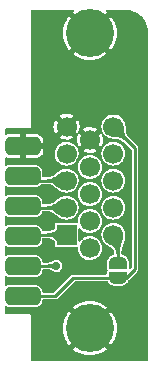
<source format=gbr>
G04 #@! TF.GenerationSoftware,KiCad,Pcbnew,(6.0.6-0)*
G04 #@! TF.CreationDate,2023-01-05T22:25:42-05:00*
G04 #@! TF.ProjectId,10DIN2VGA VGA Board,31304449-4e32-4564-9741-205647412042,1*
G04 #@! TF.SameCoordinates,Original*
G04 #@! TF.FileFunction,Copper,L1,Top*
G04 #@! TF.FilePolarity,Positive*
%FSLAX46Y46*%
G04 Gerber Fmt 4.6, Leading zero omitted, Abs format (unit mm)*
G04 Created by KiCad (PCBNEW (6.0.6-0)) date 2023-01-05 22:25:42*
%MOMM*%
%LPD*%
G01*
G04 APERTURE LIST*
G04 Aperture macros list*
%AMRoundRect*
0 Rectangle with rounded corners*
0 $1 Rounding radius*
0 $2 $3 $4 $5 $6 $7 $8 $9 X,Y pos of 4 corners*
0 Add a 4 corners polygon primitive as box body*
4,1,4,$2,$3,$4,$5,$6,$7,$8,$9,$2,$3,0*
0 Add four circle primitives for the rounded corners*
1,1,$1+$1,$2,$3*
1,1,$1+$1,$4,$5*
1,1,$1+$1,$6,$7*
1,1,$1+$1,$8,$9*
0 Add four rect primitives between the rounded corners*
20,1,$1+$1,$2,$3,$4,$5,0*
20,1,$1+$1,$4,$5,$6,$7,0*
20,1,$1+$1,$6,$7,$8,$9,0*
20,1,$1+$1,$8,$9,$2,$3,0*%
%AMFreePoly0*
4,1,22,0.500000,-0.750000,0.000000,-0.750000,0.000000,-0.745033,-0.079941,-0.743568,-0.215256,-0.701293,-0.333266,-0.622738,-0.424486,-0.514219,-0.481581,-0.384460,-0.499164,-0.250000,-0.500000,-0.250000,-0.500000,0.250000,-0.499164,0.250000,-0.499963,0.256109,-0.478152,0.396186,-0.417904,0.524511,-0.324060,0.630769,-0.204165,0.706417,-0.067858,0.745374,0.000000,0.744959,0.000000,0.750000,
0.500000,0.750000,0.500000,-0.750000,0.500000,-0.750000,$1*%
%AMFreePoly1*
4,1,20,0.000000,0.744959,0.073905,0.744508,0.209726,0.703889,0.328688,0.626782,0.421226,0.519385,0.479903,0.390333,0.500000,0.250000,0.500000,-0.250000,0.499851,-0.262216,0.476331,-0.402017,0.414519,-0.529596,0.319384,-0.634700,0.198574,-0.708877,0.061801,-0.746166,0.000000,-0.745033,0.000000,-0.750000,-0.500000,-0.750000,-0.500000,0.750000,0.000000,0.750000,0.000000,0.744959,
0.000000,0.744959,$1*%
G04 Aperture macros list end*
G04 #@! TA.AperFunction,SMDPad,CuDef*
%ADD10RoundRect,0.381000X-1.119000X-0.381000X1.119000X-0.381000X1.119000X0.381000X-1.119000X0.381000X0*%
G04 #@! TD*
G04 #@! TA.AperFunction,SMDPad,CuDef*
%ADD11FreePoly0,90.000000*%
G04 #@! TD*
G04 #@! TA.AperFunction,SMDPad,CuDef*
%ADD12FreePoly1,90.000000*%
G04 #@! TD*
G04 #@! TA.AperFunction,ComponentPad*
%ADD13R,1.700000X1.700000*%
G04 #@! TD*
G04 #@! TA.AperFunction,ComponentPad*
%ADD14C,1.700000*%
G04 #@! TD*
G04 #@! TA.AperFunction,ComponentPad*
%ADD15C,4.066000*%
G04 #@! TD*
G04 #@! TA.AperFunction,ViaPad*
%ADD16C,0.700000*%
G04 #@! TD*
G04 #@! TA.AperFunction,Conductor*
%ADD17C,0.250000*%
G04 #@! TD*
G04 APERTURE END LIST*
D10*
X139450000Y-111955000D03*
X139450000Y-114495000D03*
X139450000Y-109415000D03*
X139450000Y-106875000D03*
X139450000Y-104335000D03*
X139450000Y-101795000D03*
D11*
X147520000Y-112960000D03*
D12*
X147520000Y-111660000D03*
D13*
X143170000Y-109305000D03*
D14*
X143170000Y-107015000D03*
X143170000Y-104725000D03*
X143170000Y-102435000D03*
X143170000Y-100145000D03*
X145150000Y-110450000D03*
X145150000Y-108160000D03*
X145150000Y-105870000D03*
X145150000Y-103580000D03*
X145150000Y-101290000D03*
X147130000Y-109305000D03*
X147130000Y-107015000D03*
X147130000Y-104725000D03*
X147130000Y-102435000D03*
X147130000Y-100145000D03*
D15*
X145150000Y-92230000D03*
X145150000Y-117220000D03*
D16*
X142310000Y-111950000D03*
D17*
X142310000Y-111950000D02*
X139450000Y-111950000D01*
X143740000Y-112960000D02*
X142200000Y-114500000D01*
X142200000Y-114500000D02*
X139470000Y-114500000D01*
X147520000Y-112960000D02*
X148200000Y-112960000D01*
X147520000Y-112960000D02*
X143740000Y-112960000D01*
X148970000Y-112190000D02*
X148970000Y-101980000D01*
X148970000Y-101980000D02*
X147130000Y-100140000D01*
X148200000Y-112960000D02*
X148970000Y-112190000D01*
X139565000Y-109305000D02*
X139460000Y-109410000D01*
X143170000Y-109305000D02*
X139565000Y-109305000D01*
X143170000Y-107015000D02*
X139595000Y-107015000D01*
X139595000Y-107015000D02*
X139450000Y-106870000D01*
X139845000Y-104725000D02*
X139450000Y-104330000D01*
X143170000Y-104725000D02*
X139845000Y-104725000D01*
X147520000Y-111660000D02*
X147520000Y-109700000D01*
X147520000Y-109700000D02*
X147130000Y-109310000D01*
G04 #@! TA.AperFunction,Conductor*
G36*
X147383235Y-99854256D02*
G01*
X147923163Y-99862529D01*
X147931383Y-99866083D01*
X147934194Y-99870878D01*
X147983286Y-100035146D01*
X147983548Y-100036197D01*
X148014512Y-100190719D01*
X148014646Y-100191542D01*
X148032577Y-100332515D01*
X148032617Y-100332878D01*
X148044883Y-100464152D01*
X148058849Y-100589130D01*
X148081912Y-100711350D01*
X148121486Y-100834509D01*
X148121683Y-100834905D01*
X148121684Y-100834908D01*
X148184790Y-100961920D01*
X148184983Y-100962308D01*
X148185231Y-100962664D01*
X148251352Y-101057583D01*
X148279816Y-101098445D01*
X148310808Y-101132823D01*
X148405959Y-101238370D01*
X148408953Y-101246809D01*
X148405542Y-101254477D01*
X148244476Y-101415543D01*
X148236203Y-101418970D01*
X148228370Y-101415961D01*
X148089126Y-101290468D01*
X148088849Y-101290218D01*
X148037473Y-101254477D01*
X147953411Y-101195997D01*
X147953406Y-101195994D01*
X147953058Y-101195752D01*
X147952671Y-101195561D01*
X147952667Y-101195558D01*
X147825948Y-101132823D01*
X147825550Y-101132626D01*
X147702629Y-101093471D01*
X147580599Y-101070914D01*
X147580376Y-101070890D01*
X147580368Y-101070889D01*
X147515091Y-101063918D01*
X147455764Y-101057583D01*
X147324606Y-101046124D01*
X147324256Y-101046087D01*
X147229514Y-101034713D01*
X147183302Y-101029165D01*
X147182488Y-101029038D01*
X147095361Y-101012288D01*
X147027994Y-100999336D01*
X147026948Y-100999085D01*
X146862683Y-100951483D01*
X146855692Y-100945888D01*
X146854244Y-100940523D01*
X146836425Y-100191120D01*
X146828502Y-99857915D01*
X146831732Y-99849564D01*
X146840377Y-99845939D01*
X147383235Y-99854256D01*
G37*
G04 #@! TD.AperFunction*
G04 #@! TA.AperFunction,Conductor*
G36*
X142805674Y-106255943D02*
G01*
X143476570Y-106901111D01*
X143586231Y-107006567D01*
X143589819Y-107014771D01*
X143586231Y-107023433D01*
X143072513Y-107517451D01*
X142805674Y-107774057D01*
X142797335Y-107777322D01*
X142791966Y-107775898D01*
X142641255Y-107693775D01*
X142640336Y-107693218D01*
X142610926Y-107673492D01*
X142509286Y-107605317D01*
X142508642Y-107604850D01*
X142396311Y-107517451D01*
X142396015Y-107517213D01*
X142294582Y-107432864D01*
X142294544Y-107432832D01*
X142196258Y-107354195D01*
X142093451Y-107284021D01*
X141978273Y-107224914D01*
X141907153Y-107201046D01*
X141843278Y-107179609D01*
X141843275Y-107179608D01*
X141842872Y-107179473D01*
X141733834Y-107160016D01*
X141679758Y-107150366D01*
X141679754Y-107150366D01*
X141679398Y-107150302D01*
X141670763Y-107149856D01*
X141491096Y-107140573D01*
X141483011Y-107136724D01*
X141480000Y-107128889D01*
X141480000Y-106901111D01*
X141483427Y-106892838D01*
X141491096Y-106889427D01*
X141679030Y-106879716D01*
X141679398Y-106879697D01*
X141679754Y-106879633D01*
X141679758Y-106879633D01*
X141733834Y-106869983D01*
X141842872Y-106850526D01*
X141843275Y-106850391D01*
X141843278Y-106850390D01*
X141907153Y-106828953D01*
X141978273Y-106805085D01*
X142093451Y-106745978D01*
X142196258Y-106675804D01*
X142294544Y-106597167D01*
X142396015Y-106512786D01*
X142396311Y-106512548D01*
X142428926Y-106487172D01*
X142508642Y-106425149D01*
X142509286Y-106424682D01*
X142640336Y-106336781D01*
X142641255Y-106336224D01*
X142791966Y-106254102D01*
X142800870Y-106253153D01*
X142805674Y-106255943D01*
G37*
G04 #@! TD.AperFunction*
G04 #@! TA.AperFunction,Conductor*
G36*
X142805674Y-108545943D02*
G01*
X143476570Y-109191111D01*
X143586231Y-109296567D01*
X143589819Y-109304771D01*
X143586231Y-109313433D01*
X143072513Y-109807451D01*
X142805674Y-110064057D01*
X142797335Y-110067322D01*
X142791966Y-110065898D01*
X142641255Y-109983775D01*
X142640336Y-109983218D01*
X142610926Y-109963491D01*
X142509286Y-109895317D01*
X142508642Y-109894850D01*
X142396311Y-109807451D01*
X142396015Y-109807213D01*
X142294582Y-109722864D01*
X142294544Y-109722832D01*
X142196258Y-109644195D01*
X142093451Y-109574021D01*
X141978273Y-109514914D01*
X141907153Y-109491046D01*
X141843278Y-109469609D01*
X141843275Y-109469608D01*
X141842872Y-109469473D01*
X141733834Y-109450016D01*
X141679758Y-109440366D01*
X141679754Y-109440366D01*
X141679398Y-109440302D01*
X141670763Y-109439856D01*
X141491096Y-109430573D01*
X141483011Y-109426724D01*
X141480000Y-109418889D01*
X141480000Y-109191111D01*
X141483427Y-109182838D01*
X141491096Y-109179427D01*
X141679030Y-109169716D01*
X141679398Y-109169697D01*
X141679754Y-109169633D01*
X141679758Y-109169633D01*
X141733834Y-109159983D01*
X141842872Y-109140526D01*
X141843275Y-109140391D01*
X141843278Y-109140390D01*
X141907153Y-109118953D01*
X141978273Y-109095085D01*
X142093451Y-109035978D01*
X142196258Y-108965804D01*
X142294544Y-108887167D01*
X142396015Y-108802786D01*
X142396311Y-108802548D01*
X142428926Y-108777172D01*
X142508642Y-108715149D01*
X142509286Y-108714682D01*
X142640336Y-108626781D01*
X142641255Y-108626224D01*
X142791966Y-108544102D01*
X142800870Y-108543153D01*
X142805674Y-108545943D01*
G37*
G04 #@! TD.AperFunction*
G04 #@! TA.AperFunction,Conductor*
G36*
X142805674Y-103965943D02*
G01*
X143476570Y-104611111D01*
X143586231Y-104716567D01*
X143589819Y-104724771D01*
X143586231Y-104733433D01*
X143072513Y-105227451D01*
X142805674Y-105484057D01*
X142797335Y-105487322D01*
X142791966Y-105485898D01*
X142641255Y-105403775D01*
X142640336Y-105403218D01*
X142610926Y-105383492D01*
X142509286Y-105315317D01*
X142508642Y-105314850D01*
X142396311Y-105227451D01*
X142396015Y-105227213D01*
X142294582Y-105142864D01*
X142294544Y-105142832D01*
X142196258Y-105064195D01*
X142093451Y-104994021D01*
X141978273Y-104934914D01*
X141907153Y-104911046D01*
X141843278Y-104889609D01*
X141843275Y-104889608D01*
X141842872Y-104889473D01*
X141733834Y-104870016D01*
X141679758Y-104860366D01*
X141679754Y-104860366D01*
X141679398Y-104860302D01*
X141670763Y-104859856D01*
X141491096Y-104850573D01*
X141483011Y-104846724D01*
X141480000Y-104838889D01*
X141480000Y-104611111D01*
X141483427Y-104602838D01*
X141491096Y-104599427D01*
X141679030Y-104589716D01*
X141679398Y-104589697D01*
X141679754Y-104589633D01*
X141679758Y-104589633D01*
X141733834Y-104579983D01*
X141842872Y-104560526D01*
X141843275Y-104560391D01*
X141843278Y-104560390D01*
X141907153Y-104538953D01*
X141978273Y-104515085D01*
X142093451Y-104455978D01*
X142196258Y-104385804D01*
X142294544Y-104307167D01*
X142396015Y-104222786D01*
X142396311Y-104222548D01*
X142428926Y-104197172D01*
X142508642Y-104135149D01*
X142509286Y-104134682D01*
X142640336Y-104046781D01*
X142641255Y-104046224D01*
X142791966Y-103964102D01*
X142800870Y-103963153D01*
X142805674Y-103965943D01*
G37*
G04 #@! TD.AperFunction*
G04 #@! TA.AperFunction,Conductor*
G36*
X142163462Y-111640792D02*
G01*
X142366803Y-111836335D01*
X142476231Y-111941567D01*
X142479819Y-111949771D01*
X142476231Y-111958433D01*
X142248203Y-112177717D01*
X142163462Y-112259208D01*
X142155123Y-112262473D01*
X142150006Y-112261182D01*
X142146163Y-112259208D01*
X142097647Y-112234288D01*
X142097276Y-112234088D01*
X142064807Y-112215737D01*
X142045816Y-112205004D01*
X142045612Y-112204885D01*
X141999732Y-112177717D01*
X141999640Y-112177663D01*
X141956889Y-112152868D01*
X141956883Y-112152865D01*
X141956768Y-112152798D01*
X141914371Y-112130658D01*
X141890413Y-112120421D01*
X141870189Y-112111779D01*
X141870180Y-112111776D01*
X141869921Y-112111665D01*
X141869645Y-112111578D01*
X141821119Y-112096299D01*
X141821116Y-112096298D01*
X141820839Y-112096211D01*
X141820551Y-112096152D01*
X141820547Y-112096151D01*
X141803661Y-112092695D01*
X141764545Y-112084688D01*
X141764274Y-112084658D01*
X141764271Y-112084658D01*
X141698683Y-112077511D01*
X141698673Y-112077510D01*
X141698459Y-112077487D01*
X141665944Y-112076456D01*
X141631329Y-112075359D01*
X141623169Y-112071672D01*
X141620000Y-112063665D01*
X141620000Y-111836335D01*
X141623427Y-111828062D01*
X141631329Y-111824641D01*
X141678792Y-111823136D01*
X141698459Y-111822512D01*
X141698673Y-111822489D01*
X141698683Y-111822488D01*
X141764271Y-111815341D01*
X141764274Y-111815341D01*
X141764545Y-111815311D01*
X141803661Y-111807304D01*
X141820547Y-111803848D01*
X141820551Y-111803847D01*
X141820839Y-111803788D01*
X141821116Y-111803701D01*
X141821119Y-111803700D01*
X141869645Y-111788421D01*
X141869647Y-111788420D01*
X141869921Y-111788334D01*
X141870180Y-111788223D01*
X141870189Y-111788220D01*
X141890413Y-111779578D01*
X141914371Y-111769341D01*
X141956768Y-111747201D01*
X141999693Y-111722305D01*
X141999732Y-111722282D01*
X142045612Y-111695114D01*
X142045816Y-111694995D01*
X142097257Y-111665922D01*
X142097668Y-111665701D01*
X142150006Y-111638818D01*
X142158931Y-111638086D01*
X142163462Y-111640792D01*
G37*
G04 #@! TD.AperFunction*
G04 #@! TA.AperFunction,Conductor*
G36*
X148190742Y-90272308D02*
G01*
X148200614Y-90274522D01*
X148209277Y-90272512D01*
X148218178Y-90272479D01*
X148218178Y-90272600D01*
X148226237Y-90271922D01*
X148437989Y-90284690D01*
X148448269Y-90285991D01*
X148513861Y-90298716D01*
X148676358Y-90330241D01*
X148686389Y-90332881D01*
X148786884Y-90366521D01*
X148906710Y-90406632D01*
X148916299Y-90410559D01*
X148990032Y-90446578D01*
X149125064Y-90512543D01*
X149134065Y-90517698D01*
X149327658Y-90646149D01*
X149335906Y-90652439D01*
X149511009Y-90805154D01*
X149518359Y-90812467D01*
X149654099Y-90966552D01*
X149671943Y-90986807D01*
X149678273Y-90995023D01*
X149807688Y-91187977D01*
X149812888Y-91196953D01*
X149915906Y-91405199D01*
X149919882Y-91414768D01*
X149994734Y-91634736D01*
X149997421Y-91644746D01*
X150042806Y-91872615D01*
X150044158Y-91882885D01*
X150057946Y-92094057D01*
X150057299Y-92102065D01*
X150057495Y-92102065D01*
X150057475Y-92110960D01*
X150055477Y-92119631D01*
X150057437Y-92128311D01*
X150057665Y-92129322D01*
X150059605Y-92146720D01*
X150059501Y-119890500D01*
X150041018Y-119941280D01*
X149994219Y-119968300D01*
X149980501Y-119969500D01*
X140239500Y-119969500D01*
X140188720Y-119951018D01*
X140161700Y-119904218D01*
X140160500Y-119890500D01*
X140160500Y-119003422D01*
X143725626Y-119003422D01*
X143727022Y-119008633D01*
X143755270Y-119033406D01*
X143759368Y-119036551D01*
X144003898Y-119199941D01*
X144008370Y-119202523D01*
X144272136Y-119332597D01*
X144276915Y-119334577D01*
X144555388Y-119429106D01*
X144560394Y-119430447D01*
X144848832Y-119487821D01*
X144853949Y-119488495D01*
X145147422Y-119507730D01*
X145152578Y-119507730D01*
X145446051Y-119488495D01*
X145451168Y-119487821D01*
X145739606Y-119430447D01*
X145744612Y-119429106D01*
X146023085Y-119334577D01*
X146027864Y-119332597D01*
X146291630Y-119202523D01*
X146296102Y-119199941D01*
X146540632Y-119036551D01*
X146544730Y-119033406D01*
X146568952Y-119012164D01*
X146574414Y-119002207D01*
X146573361Y-118996915D01*
X145159851Y-117583404D01*
X145149557Y-117578604D01*
X145143263Y-117580290D01*
X143730426Y-118993128D01*
X143725626Y-119003422D01*
X140160500Y-119003422D01*
X140160500Y-117222578D01*
X142862270Y-117222578D01*
X142881505Y-117516051D01*
X142882179Y-117521168D01*
X142939553Y-117809606D01*
X142940894Y-117814612D01*
X143035423Y-118093085D01*
X143037403Y-118097864D01*
X143167477Y-118361629D01*
X143170059Y-118366102D01*
X143333449Y-118610632D01*
X143336594Y-118614730D01*
X143357836Y-118638952D01*
X143367793Y-118644414D01*
X143373085Y-118643361D01*
X144786596Y-117229851D01*
X144790983Y-117220443D01*
X145508604Y-117220443D01*
X145510290Y-117226737D01*
X146923128Y-118639574D01*
X146933422Y-118644374D01*
X146938633Y-118642978D01*
X146963406Y-118614730D01*
X146966551Y-118610632D01*
X147129941Y-118366102D01*
X147132523Y-118361629D01*
X147262597Y-118097864D01*
X147264577Y-118093085D01*
X147359106Y-117814612D01*
X147360447Y-117809606D01*
X147417821Y-117521168D01*
X147418495Y-117516051D01*
X147437730Y-117222578D01*
X147437730Y-117217422D01*
X147418495Y-116923949D01*
X147417821Y-116918832D01*
X147360447Y-116630394D01*
X147359106Y-116625388D01*
X147264577Y-116346915D01*
X147262597Y-116342136D01*
X147132523Y-116078371D01*
X147129941Y-116073898D01*
X146966551Y-115829368D01*
X146963406Y-115825270D01*
X146942164Y-115801048D01*
X146932207Y-115795586D01*
X146926915Y-115796639D01*
X145513404Y-117210149D01*
X145508604Y-117220443D01*
X144790983Y-117220443D01*
X144791396Y-117219557D01*
X144789710Y-117213263D01*
X143376872Y-115800426D01*
X143366578Y-115795626D01*
X143361367Y-115797022D01*
X143336594Y-115825270D01*
X143333449Y-115829368D01*
X143170059Y-116073898D01*
X143167477Y-116078371D01*
X143037403Y-116342136D01*
X143035423Y-116346915D01*
X142940894Y-116625388D01*
X142939553Y-116630394D01*
X142882179Y-116918832D01*
X142881505Y-116923949D01*
X142862270Y-117217422D01*
X142862270Y-117222578D01*
X140160500Y-117222578D01*
X140160500Y-116225198D01*
X140160904Y-116218785D01*
X140164000Y-116210718D01*
X140161024Y-116184997D01*
X140160500Y-116175917D01*
X140160500Y-116170446D01*
X140159363Y-116165816D01*
X140159293Y-116165238D01*
X140157737Y-116156585D01*
X140156035Y-116141876D01*
X140156035Y-116141875D01*
X140154936Y-116132380D01*
X140149735Y-116124728D01*
X140149359Y-116123504D01*
X140148699Y-116122401D01*
X140146492Y-116113416D01*
X140130385Y-116095146D01*
X140124306Y-116087309D01*
X140115985Y-116075065D01*
X140115983Y-116075063D01*
X140110609Y-116067156D01*
X140102454Y-116062784D01*
X140101554Y-116061874D01*
X140100461Y-116061204D01*
X140094341Y-116054262D01*
X140085415Y-116050836D01*
X140085414Y-116050835D01*
X140071601Y-116045533D01*
X140062580Y-116041402D01*
X140047509Y-116033321D01*
X140047506Y-116033320D01*
X140041109Y-116029890D01*
X140038022Y-116029500D01*
X140035198Y-116029500D01*
X140028785Y-116029096D01*
X140020718Y-116026000D01*
X139995853Y-116028877D01*
X139994997Y-116028976D01*
X139985917Y-116029500D01*
X138049500Y-116029500D01*
X137998720Y-116011018D01*
X137971700Y-115964218D01*
X137970500Y-115950500D01*
X137970500Y-115437793D01*
X143725586Y-115437793D01*
X143726639Y-115443085D01*
X145140149Y-116856596D01*
X145150443Y-116861396D01*
X145156737Y-116859710D01*
X146569574Y-115446872D01*
X146574374Y-115436578D01*
X146572978Y-115431367D01*
X146544730Y-115406594D01*
X146540632Y-115403449D01*
X146296102Y-115240059D01*
X146291630Y-115237477D01*
X146027864Y-115107403D01*
X146023085Y-115105423D01*
X145744612Y-115010894D01*
X145739606Y-115009553D01*
X145451168Y-114952179D01*
X145446051Y-114951505D01*
X145152578Y-114932270D01*
X145147422Y-114932270D01*
X144853949Y-114951505D01*
X144848832Y-114952179D01*
X144560394Y-115009553D01*
X144555388Y-115010894D01*
X144276915Y-115105423D01*
X144272136Y-115107403D01*
X144008371Y-115237477D01*
X144003898Y-115240059D01*
X143759368Y-115403449D01*
X143755270Y-115406594D01*
X143731048Y-115427836D01*
X143725586Y-115437793D01*
X137970500Y-115437793D01*
X137970500Y-115431948D01*
X137988982Y-115381168D01*
X138035782Y-115354148D01*
X138078581Y-115358496D01*
X138195901Y-115404946D01*
X138195911Y-115404948D01*
X138200620Y-115406813D01*
X138205650Y-115407422D01*
X138205651Y-115407422D01*
X138236171Y-115411115D01*
X138288931Y-115417500D01*
X139449756Y-115417500D01*
X140611068Y-115417499D01*
X140625856Y-115415710D01*
X140694342Y-115407423D01*
X140694345Y-115407422D01*
X140699380Y-115406813D01*
X140837324Y-115352198D01*
X140955498Y-115262498D01*
X141045198Y-115144324D01*
X141067838Y-115087142D01*
X141097948Y-115011092D01*
X141097949Y-115011088D01*
X141099813Y-115006380D01*
X141110500Y-114918069D01*
X141110500Y-114864500D01*
X141128982Y-114813720D01*
X141175782Y-114786700D01*
X141189500Y-114785500D01*
X142148526Y-114785500D01*
X142153255Y-114785847D01*
X142157571Y-114787329D01*
X142204799Y-114785556D01*
X142207762Y-114785500D01*
X142226552Y-114785500D01*
X142230129Y-114784834D01*
X142232172Y-114784645D01*
X142236469Y-114784367D01*
X142256563Y-114783613D01*
X142256565Y-114783613D01*
X142263853Y-114783339D01*
X142275442Y-114778360D01*
X142292155Y-114773283D01*
X142297384Y-114772309D01*
X142297388Y-114772308D01*
X142304559Y-114770972D01*
X142327045Y-114757112D01*
X142337310Y-114751780D01*
X142339094Y-114751014D01*
X142361574Y-114741355D01*
X142366215Y-114737543D01*
X142371606Y-114732152D01*
X142386014Y-114720763D01*
X142388886Y-114718993D01*
X142388889Y-114718990D01*
X142395098Y-114715163D01*
X142412500Y-114692278D01*
X142419523Y-114684235D01*
X143835119Y-113268639D01*
X143884095Y-113245801D01*
X143890980Y-113245500D01*
X146621822Y-113245500D01*
X146672602Y-113263982D01*
X146688635Y-113282345D01*
X146746917Y-113374716D01*
X146776989Y-113410050D01*
X146884340Y-113504858D01*
X146923118Y-113530331D01*
X147052763Y-113591200D01*
X147097135Y-113604766D01*
X147099908Y-113605198D01*
X147099909Y-113605198D01*
X147235883Y-113626369D01*
X147235887Y-113626369D01*
X147238653Y-113626800D01*
X147259994Y-113627061D01*
X147282235Y-113627333D01*
X147282240Y-113627333D01*
X147285047Y-113627367D01*
X147308418Y-113624311D01*
X147318661Y-113623644D01*
X147712267Y-113623644D01*
X147724420Y-113624584D01*
X147735882Y-113626369D01*
X147735890Y-113626370D01*
X147738654Y-113626800D01*
X147760395Y-113627066D01*
X147782235Y-113627333D01*
X147782240Y-113627333D01*
X147785047Y-113627367D01*
X147927061Y-113608797D01*
X147971751Y-113596319D01*
X148037297Y-113567478D01*
X148100263Y-113539772D01*
X148100267Y-113539770D01*
X148102844Y-113538636D01*
X148142233Y-113514118D01*
X148251868Y-113421961D01*
X148264430Y-113407911D01*
X148280925Y-113389463D01*
X148280929Y-113389458D01*
X148282794Y-113387372D01*
X148284344Y-113385043D01*
X148284349Y-113385037D01*
X148360603Y-113270481D01*
X148362157Y-113268147D01*
X148372959Y-113245500D01*
X148380924Y-113228803D01*
X148380927Y-113228795D01*
X148382132Y-113226269D01*
X148396059Y-113181691D01*
X148408580Y-113157433D01*
X148412499Y-113152279D01*
X148419523Y-113144235D01*
X149135476Y-112428282D01*
X149139071Y-112425178D01*
X149143171Y-112423174D01*
X149175331Y-112388505D01*
X149177388Y-112386370D01*
X149190654Y-112373104D01*
X149192716Y-112370098D01*
X149194010Y-112368541D01*
X149196852Y-112365305D01*
X149210540Y-112350549D01*
X149215502Y-112345200D01*
X149220177Y-112333483D01*
X149228405Y-112318074D01*
X149231412Y-112313690D01*
X149231413Y-112313689D01*
X149235540Y-112307672D01*
X149237672Y-112298691D01*
X149241638Y-112281977D01*
X149245127Y-112270946D01*
X149252846Y-112251598D01*
X149252846Y-112251597D01*
X149254914Y-112246414D01*
X149255500Y-112240437D01*
X149255500Y-112232808D01*
X149257635Y-112214567D01*
X149258413Y-112211288D01*
X149260098Y-112204188D01*
X149256222Y-112175709D01*
X149255500Y-112165055D01*
X149255500Y-102031474D01*
X149255847Y-102026745D01*
X149257329Y-102022429D01*
X149255556Y-101975201D01*
X149255500Y-101972238D01*
X149255500Y-101953448D01*
X149254834Y-101949871D01*
X149254645Y-101947828D01*
X149254367Y-101943531D01*
X149253613Y-101923437D01*
X149253613Y-101923435D01*
X149253339Y-101916147D01*
X149248360Y-101904558D01*
X149243283Y-101887845D01*
X149242309Y-101882616D01*
X149242308Y-101882612D01*
X149240972Y-101875441D01*
X149227112Y-101852955D01*
X149221780Y-101842690D01*
X149213555Y-101823547D01*
X149211355Y-101818426D01*
X149207543Y-101813785D01*
X149202152Y-101808394D01*
X149190763Y-101793986D01*
X149188993Y-101791114D01*
X149188990Y-101791111D01*
X149185163Y-101784902D01*
X149162279Y-101767500D01*
X149154235Y-101760477D01*
X148547006Y-101153248D01*
X148534998Y-101137820D01*
X148530865Y-101130882D01*
X148530863Y-101130880D01*
X148528882Y-101127554D01*
X148513457Y-101110443D01*
X148413001Y-100999012D01*
X148406854Y-100991271D01*
X148331094Y-100882514D01*
X148325172Y-100872516D01*
X148277888Y-100777349D01*
X148273425Y-100766365D01*
X148244135Y-100675212D01*
X148241717Y-100665693D01*
X148232936Y-100619158D01*
X148223181Y-100567464D01*
X148222302Y-100561600D01*
X148209598Y-100447916D01*
X148209457Y-100446539D01*
X148205700Y-100406321D01*
X148197399Y-100317481D01*
X148197121Y-100314751D01*
X148197081Y-100314388D01*
X148196754Y-100311633D01*
X148178823Y-100170660D01*
X148177995Y-100164946D01*
X148177861Y-100164123D01*
X148176786Y-100158202D01*
X148145822Y-100003680D01*
X148144134Y-99996165D01*
X148143872Y-99995114D01*
X148141856Y-99987757D01*
X148140044Y-99981692D01*
X148093443Y-99825761D01*
X148092764Y-99823489D01*
X148091820Y-99821318D01*
X148091816Y-99821308D01*
X148080760Y-99795891D01*
X148077575Y-99787214D01*
X148069890Y-99761761D01*
X148069890Y-99761760D01*
X148068774Y-99758065D01*
X147975739Y-99583092D01*
X147968919Y-99574729D01*
X147852930Y-99432514D01*
X147850490Y-99429522D01*
X147838415Y-99419532D01*
X147700773Y-99305665D01*
X147700772Y-99305664D01*
X147697798Y-99303204D01*
X147679979Y-99293569D01*
X147660059Y-99282799D01*
X147523479Y-99208950D01*
X147334172Y-99150350D01*
X147137089Y-99129636D01*
X147133243Y-99129986D01*
X147133242Y-99129986D01*
X147085487Y-99134332D01*
X146939735Y-99147596D01*
X146936028Y-99148687D01*
X146753338Y-99202456D01*
X146753335Y-99202457D01*
X146749629Y-99203548D01*
X146746202Y-99205340D01*
X146746201Y-99205340D01*
X146735784Y-99210786D01*
X146574010Y-99295359D01*
X146571003Y-99297777D01*
X146571001Y-99297778D01*
X146561192Y-99305665D01*
X146419570Y-99419532D01*
X146408677Y-99432514D01*
X146295962Y-99566843D01*
X146292189Y-99571339D01*
X146290327Y-99574727D01*
X146290325Y-99574729D01*
X146283854Y-99586500D01*
X146196720Y-99744996D01*
X146136800Y-99933889D01*
X146114710Y-100130823D01*
X146118436Y-100175198D01*
X146130155Y-100314751D01*
X146131292Y-100328297D01*
X146185915Y-100518790D01*
X146276498Y-100695045D01*
X146399590Y-100850348D01*
X146550504Y-100978786D01*
X146723490Y-101075465D01*
X146727152Y-101076655D01*
X146727157Y-101076657D01*
X146786082Y-101095802D01*
X146798040Y-101100806D01*
X146816618Y-101110443D01*
X146820353Y-101111525D01*
X146820352Y-101111525D01*
X146971656Y-101155371D01*
X146980883Y-101158045D01*
X146981360Y-101158171D01*
X146981370Y-101158174D01*
X146987907Y-101159904D01*
X146987924Y-101159908D01*
X146988331Y-101160016D01*
X146988716Y-101160108D01*
X146988758Y-101160119D01*
X146988934Y-101160161D01*
X146988958Y-101160167D01*
X146989377Y-101160267D01*
X146996748Y-101161860D01*
X146997196Y-101161946D01*
X146997210Y-101161949D01*
X147051743Y-101172433D01*
X147151242Y-101191562D01*
X147151508Y-101191608D01*
X147151528Y-101191612D01*
X147156692Y-101192511D01*
X147156718Y-101192515D01*
X147156975Y-101192560D01*
X147157789Y-101192687D01*
X147158169Y-101192739D01*
X147158173Y-101192740D01*
X147163238Y-101193439D01*
X147163288Y-101193445D01*
X147163575Y-101193485D01*
X147263165Y-101205441D01*
X147304345Y-101210385D01*
X147304367Y-101210388D01*
X147304529Y-101210407D01*
X147305458Y-101210512D01*
X147306811Y-101210665D01*
X147306831Y-101210667D01*
X147306857Y-101210670D01*
X147307090Y-101210695D01*
X147307121Y-101210698D01*
X147307134Y-101210699D01*
X147307207Y-101210707D01*
X147308981Y-101210878D01*
X147310012Y-101210978D01*
X147310053Y-101210982D01*
X147310201Y-101210996D01*
X147439082Y-101222256D01*
X147440506Y-101222394D01*
X147531187Y-101232078D01*
X147553725Y-101234485D01*
X147559696Y-101235354D01*
X147657427Y-101253420D01*
X147667043Y-101255830D01*
X147757661Y-101284694D01*
X147768736Y-101289170D01*
X147863368Y-101336021D01*
X147873432Y-101341968D01*
X147981707Y-101417292D01*
X147989480Y-101423459D01*
X148114879Y-101536474D01*
X148114886Y-101536479D01*
X148117572Y-101538900D01*
X148120654Y-101540790D01*
X148120659Y-101540794D01*
X148129192Y-101546027D01*
X148143752Y-101557510D01*
X148661361Y-102075119D01*
X148684199Y-102124095D01*
X148684500Y-102130980D01*
X148684500Y-112039020D01*
X148666018Y-112089800D01*
X148661361Y-112094881D01*
X148568505Y-112187737D01*
X148519529Y-112210575D01*
X148467331Y-112196589D01*
X148436336Y-112152323D01*
X148433644Y-112131876D01*
X148433644Y-111669055D01*
X148433657Y-111667607D01*
X148433950Y-111651623D01*
X148434886Y-111600563D01*
X148432260Y-111579485D01*
X148429498Y-111557311D01*
X148429497Y-111557307D01*
X148429150Y-111554520D01*
X148391477Y-111416340D01*
X148384939Y-111401230D01*
X148374169Y-111376342D01*
X148374167Y-111376339D01*
X148373051Y-111373759D01*
X148298111Y-111251707D01*
X148296315Y-111249544D01*
X148296311Y-111249538D01*
X148270274Y-111218176D01*
X148270273Y-111218175D01*
X148268474Y-111216008D01*
X148162290Y-111119894D01*
X148123823Y-111093948D01*
X147994931Y-111031501D01*
X147992245Y-111030644D01*
X147992243Y-111030643D01*
X147953409Y-111018250D01*
X147953410Y-111018250D01*
X147950730Y-111017395D01*
X147919289Y-111012105D01*
X147875536Y-111004744D01*
X147828526Y-110978093D01*
X147809645Y-110927459D01*
X147810276Y-110917909D01*
X147810824Y-110915649D01*
X147819269Y-110712201D01*
X147819909Y-110704924D01*
X147823517Y-110678176D01*
X147842285Y-110539011D01*
X147843658Y-110531554D01*
X147876146Y-110392851D01*
X147877934Y-110386443D01*
X147909887Y-110288153D01*
X147918297Y-110262283D01*
X147919708Y-110258309D01*
X147920359Y-110256621D01*
X147966586Y-110136645D01*
X147966807Y-110136078D01*
X148015887Y-110011572D01*
X148015914Y-110011503D01*
X148015963Y-110011378D01*
X148017183Y-110008187D01*
X148017349Y-110007739D01*
X148018533Y-110004437D01*
X148063859Y-109873668D01*
X148065968Y-109867150D01*
X148066243Y-109866236D01*
X148068031Y-109859830D01*
X148069264Y-109855045D01*
X148105153Y-109715693D01*
X148105156Y-109715679D01*
X148105279Y-109715203D01*
X148107160Y-109707049D01*
X148107399Y-109705879D01*
X148108890Y-109697484D01*
X148134172Y-109530178D01*
X148135234Y-109521659D01*
X148135352Y-109520460D01*
X148135966Y-109512010D01*
X148139581Y-109434986D01*
X148143826Y-109344546D01*
X148144362Y-109338349D01*
X148144716Y-109335550D01*
X148144717Y-109335535D01*
X148144993Y-109333351D01*
X148145389Y-109305000D01*
X148126051Y-109107777D01*
X148068774Y-108918065D01*
X148066963Y-108914660D01*
X148066961Y-108914654D01*
X147977551Y-108746500D01*
X147975739Y-108743092D01*
X147968919Y-108734729D01*
X147852930Y-108592514D01*
X147850490Y-108589522D01*
X147838415Y-108579532D01*
X147700773Y-108465665D01*
X147700772Y-108465664D01*
X147697798Y-108463204D01*
X147679979Y-108453569D01*
X147646346Y-108435384D01*
X147523479Y-108368950D01*
X147334172Y-108310350D01*
X147137089Y-108289636D01*
X147133243Y-108289986D01*
X147133242Y-108289986D01*
X147085487Y-108294332D01*
X146939735Y-108307596D01*
X146936028Y-108308687D01*
X146753338Y-108362456D01*
X146753335Y-108362457D01*
X146749629Y-108363548D01*
X146574010Y-108455359D01*
X146571003Y-108457777D01*
X146571001Y-108457778D01*
X146527816Y-108492500D01*
X146419570Y-108579532D01*
X146292189Y-108731339D01*
X146290327Y-108734727D01*
X146290325Y-108734729D01*
X146218517Y-108865348D01*
X146196720Y-108904996D01*
X146136800Y-109093889D01*
X146114710Y-109290823D01*
X146131292Y-109488297D01*
X146185915Y-109678790D01*
X146276498Y-109855045D01*
X146278894Y-109858068D01*
X146397191Y-110007322D01*
X146397194Y-110007326D01*
X146399590Y-110010348D01*
X146402531Y-110012851D01*
X146402532Y-110012852D01*
X146511228Y-110105360D01*
X146517241Y-110111047D01*
X146528353Y-110122718D01*
X146531528Y-110124954D01*
X146544357Y-110133990D01*
X146545174Y-110134622D01*
X146547561Y-110136281D01*
X146550504Y-110138786D01*
X146553411Y-110140410D01*
X146553625Y-110140714D01*
X146553718Y-110140582D01*
X146647147Y-110206383D01*
X146647285Y-110206477D01*
X146647319Y-110206501D01*
X146649619Y-110208073D01*
X146650947Y-110208981D01*
X146651143Y-110209111D01*
X146651308Y-110209221D01*
X146651467Y-110209326D01*
X146655035Y-110211628D01*
X146655223Y-110211746D01*
X146655231Y-110211751D01*
X146714750Y-110249077D01*
X146774408Y-110286490D01*
X146777291Y-110288257D01*
X146777397Y-110288321D01*
X146777500Y-110288383D01*
X146886516Y-110353685D01*
X146887977Y-110354582D01*
X146979869Y-110412483D01*
X146984729Y-110415807D01*
X147054919Y-110467808D01*
X147062971Y-110474655D01*
X147112874Y-110523199D01*
X147122338Y-110534281D01*
X147158059Y-110584907D01*
X147166036Y-110599131D01*
X147193960Y-110663790D01*
X147198594Y-110678163D01*
X147219076Y-110771489D01*
X147220761Y-110783549D01*
X147229136Y-110919218D01*
X147227906Y-110919294D01*
X147218223Y-110967840D01*
X147176062Y-111001643D01*
X147161905Y-111005025D01*
X147128880Y-111009755D01*
X147105024Y-111013171D01*
X147102334Y-111013958D01*
X147102332Y-111013958D01*
X147063192Y-111025403D01*
X147063190Y-111025404D01*
X147060491Y-111026193D01*
X147057933Y-111027356D01*
X147057925Y-111027359D01*
X146987353Y-111059447D01*
X146930112Y-111085473D01*
X146891024Y-111110471D01*
X146888899Y-111112302D01*
X146888895Y-111112305D01*
X146842447Y-111152327D01*
X146782523Y-111203961D01*
X146752022Y-111238925D01*
X146750501Y-111241272D01*
X146750500Y-111241273D01*
X146722945Y-111283786D01*
X146674122Y-111359110D01*
X146672946Y-111361656D01*
X146672945Y-111361657D01*
X146655834Y-111398688D01*
X146655831Y-111398695D01*
X146654660Y-111401230D01*
X146653859Y-111403910D01*
X146653857Y-111403914D01*
X146635676Y-111464708D01*
X146613624Y-111538448D01*
X146613208Y-111541232D01*
X146613207Y-111541236D01*
X146610201Y-111561350D01*
X146606766Y-111584335D01*
X146605891Y-111727556D01*
X146606217Y-111729939D01*
X146606356Y-111734202D01*
X146606356Y-112160000D01*
X146618813Y-112222624D01*
X146638173Y-112251598D01*
X146647869Y-112266110D01*
X146660713Y-112318601D01*
X146647869Y-112353890D01*
X146618813Y-112397376D01*
X146617296Y-112405005D01*
X146617295Y-112405006D01*
X146616446Y-112409275D01*
X146606356Y-112460000D01*
X146606356Y-112595500D01*
X146587874Y-112646280D01*
X146541074Y-112673300D01*
X146527356Y-112674500D01*
X143791474Y-112674500D01*
X143786745Y-112674153D01*
X143782429Y-112672671D01*
X143735202Y-112674444D01*
X143732238Y-112674500D01*
X143713448Y-112674500D01*
X143709871Y-112675166D01*
X143707828Y-112675355D01*
X143703531Y-112675633D01*
X143683437Y-112676387D01*
X143683435Y-112676387D01*
X143676147Y-112676661D01*
X143664558Y-112681640D01*
X143647845Y-112686717D01*
X143642616Y-112687691D01*
X143642612Y-112687692D01*
X143635441Y-112689028D01*
X143616354Y-112700793D01*
X143612955Y-112702888D01*
X143602690Y-112708220D01*
X143578426Y-112718645D01*
X143573785Y-112722457D01*
X143568394Y-112727848D01*
X143553986Y-112739237D01*
X143551114Y-112741007D01*
X143551111Y-112741010D01*
X143544902Y-112744837D01*
X143540486Y-112750645D01*
X143527500Y-112767722D01*
X143520477Y-112775765D01*
X142104881Y-114191361D01*
X142055905Y-114214199D01*
X142049020Y-114214500D01*
X141189499Y-114214500D01*
X141138719Y-114196018D01*
X141111699Y-114149218D01*
X141110499Y-114135500D01*
X141110499Y-114071932D01*
X141099813Y-113983620D01*
X141045198Y-113845676D01*
X140955498Y-113727502D01*
X140837324Y-113637802D01*
X140780142Y-113615162D01*
X140704092Y-113585052D01*
X140704088Y-113585051D01*
X140699380Y-113583187D01*
X140694350Y-113582578D01*
X140694349Y-113582578D01*
X140663829Y-113578885D01*
X140611069Y-113572500D01*
X139450244Y-113572500D01*
X138288932Y-113572501D01*
X138274144Y-113574290D01*
X138205658Y-113582577D01*
X138205655Y-113582578D01*
X138200620Y-113583187D01*
X138195905Y-113585054D01*
X138195896Y-113585056D01*
X138078581Y-113631504D01*
X138024563Y-113633013D01*
X137982213Y-113599447D01*
X137970500Y-113558052D01*
X137970500Y-112891948D01*
X137988982Y-112841168D01*
X138035782Y-112814148D01*
X138078581Y-112818496D01*
X138195901Y-112864946D01*
X138195911Y-112864948D01*
X138200620Y-112866813D01*
X138205650Y-112867422D01*
X138205651Y-112867422D01*
X138236171Y-112871115D01*
X138288931Y-112877500D01*
X139449756Y-112877500D01*
X140611068Y-112877499D01*
X140625856Y-112875710D01*
X140694342Y-112867423D01*
X140694345Y-112867422D01*
X140699380Y-112866813D01*
X140837324Y-112812198D01*
X140955498Y-112722498D01*
X141045198Y-112604324D01*
X141067838Y-112547142D01*
X141097948Y-112471092D01*
X141097949Y-112471088D01*
X141099813Y-112466380D01*
X141110500Y-112378069D01*
X141110500Y-112314500D01*
X141128982Y-112263720D01*
X141175782Y-112236700D01*
X141189500Y-112235500D01*
X141594304Y-112235500D01*
X141612162Y-112237545D01*
X141626085Y-112240776D01*
X141639331Y-112241196D01*
X141683824Y-112242607D01*
X141689875Y-112243032D01*
X141725083Y-112246867D01*
X141735262Y-112247976D01*
X141742538Y-112249115D01*
X141775296Y-112255820D01*
X141783149Y-112257853D01*
X141808700Y-112265898D01*
X141816002Y-112268601D01*
X141821491Y-112270946D01*
X141840632Y-112279125D01*
X141846154Y-112281742D01*
X141875377Y-112297004D01*
X141878440Y-112298691D01*
X141915540Y-112320208D01*
X141916155Y-112320568D01*
X141961260Y-112347275D01*
X141961416Y-112347366D01*
X141961495Y-112347413D01*
X141961588Y-112347467D01*
X141961667Y-112347513D01*
X141963207Y-112348404D01*
X141964385Y-112349085D01*
X142015845Y-112378169D01*
X142016013Y-112378261D01*
X142016076Y-112378297D01*
X142018602Y-112379691D01*
X142018742Y-112379768D01*
X142019113Y-112379968D01*
X142019313Y-112380073D01*
X142019350Y-112380093D01*
X142019991Y-112380430D01*
X142022030Y-112381503D01*
X142022107Y-112381543D01*
X142022150Y-112381565D01*
X142067787Y-112405006D01*
X142074389Y-112408397D01*
X142076477Y-112409185D01*
X142076680Y-112409275D01*
X142078637Y-112410176D01*
X142083282Y-112412391D01*
X142087964Y-112415508D01*
X142227541Y-112459116D01*
X142275785Y-112460000D01*
X142368120Y-112461692D01*
X142368121Y-112461692D01*
X142373747Y-112461795D01*
X142514829Y-112423332D01*
X142627927Y-112353890D01*
X142634652Y-112349761D01*
X142639445Y-112346818D01*
X142643218Y-112342650D01*
X142643220Y-112342648D01*
X142733799Y-112242577D01*
X142733800Y-112242576D01*
X142737576Y-112238404D01*
X142754154Y-112204188D01*
X142798881Y-112111870D01*
X142801335Y-112106805D01*
X142825596Y-111962601D01*
X142825750Y-111950000D01*
X142805020Y-111805246D01*
X142772718Y-111734202D01*
X142746827Y-111677257D01*
X142746826Y-111677255D01*
X142744495Y-111672129D01*
X142740820Y-111667864D01*
X142740818Y-111667861D01*
X142652716Y-111565615D01*
X142649041Y-111561350D01*
X142583052Y-111518578D01*
X142531054Y-111484874D01*
X142531051Y-111484872D01*
X142526332Y-111481814D01*
X142420821Y-111450259D01*
X142391621Y-111441526D01*
X142391619Y-111441526D01*
X142386233Y-111439915D01*
X142313711Y-111439472D01*
X142245630Y-111439056D01*
X142245628Y-111439056D01*
X142240005Y-111439022D01*
X142099404Y-111479206D01*
X142094645Y-111482209D01*
X142094642Y-111482210D01*
X142093268Y-111483077D01*
X142080142Y-111489738D01*
X142078122Y-111490536D01*
X142074390Y-111491602D01*
X142022052Y-111518485D01*
X142019289Y-111519938D01*
X142018878Y-111520159D01*
X142015827Y-111521841D01*
X141964386Y-111550914D01*
X141961494Y-111552587D01*
X141916386Y-111579296D01*
X141915856Y-111579606D01*
X141878418Y-111601320D01*
X141875352Y-111603009D01*
X141846154Y-111618257D01*
X141840624Y-111620877D01*
X141816003Y-111631397D01*
X141808700Y-111634101D01*
X141783149Y-111642146D01*
X141775296Y-111644179D01*
X141742538Y-111650884D01*
X141735262Y-111652023D01*
X141725083Y-111653132D01*
X141689875Y-111656967D01*
X141683825Y-111657392D01*
X141647442Y-111658546D01*
X141626083Y-111659224D01*
X141622449Y-111660037D01*
X141622450Y-111660037D01*
X141611022Y-111662594D01*
X141593772Y-111664500D01*
X141189499Y-111664500D01*
X141138719Y-111646018D01*
X141111699Y-111599218D01*
X141110499Y-111585500D01*
X141110499Y-111531932D01*
X141108710Y-111517144D01*
X141100423Y-111448658D01*
X141100422Y-111448655D01*
X141099813Y-111443620D01*
X141045198Y-111305676D01*
X140955498Y-111187502D01*
X140837324Y-111097802D01*
X140780142Y-111075162D01*
X140704092Y-111045052D01*
X140704088Y-111045051D01*
X140699380Y-111043187D01*
X140694350Y-111042578D01*
X140694349Y-111042578D01*
X140658402Y-111038228D01*
X140611069Y-111032500D01*
X139450244Y-111032500D01*
X138288932Y-111032501D01*
X138274144Y-111034290D01*
X138205658Y-111042577D01*
X138205655Y-111042578D01*
X138200620Y-111043187D01*
X138195905Y-111045054D01*
X138195896Y-111045056D01*
X138078581Y-111091504D01*
X138024563Y-111093013D01*
X137982213Y-111059447D01*
X137970500Y-111018052D01*
X137970500Y-110351948D01*
X137988982Y-110301168D01*
X138035782Y-110274148D01*
X138078581Y-110278496D01*
X138195901Y-110324946D01*
X138195911Y-110324948D01*
X138200620Y-110326813D01*
X138205650Y-110327422D01*
X138205651Y-110327422D01*
X138236171Y-110331115D01*
X138288931Y-110337500D01*
X139449756Y-110337500D01*
X140611068Y-110337499D01*
X140625856Y-110335710D01*
X140694342Y-110327423D01*
X140694345Y-110327422D01*
X140699380Y-110326813D01*
X140837324Y-110272198D01*
X140955498Y-110182498D01*
X141045198Y-110064324D01*
X141068991Y-110004229D01*
X141097948Y-109931092D01*
X141097949Y-109931088D01*
X141099813Y-109926380D01*
X141110500Y-109838069D01*
X141110500Y-109669500D01*
X141128982Y-109618720D01*
X141175782Y-109591700D01*
X141189500Y-109590500D01*
X141451568Y-109590500D01*
X141470958Y-109592917D01*
X141478795Y-109594901D01*
X141478800Y-109594902D01*
X141482557Y-109595853D01*
X141486425Y-109596053D01*
X141486426Y-109596053D01*
X141535125Y-109598569D01*
X141655598Y-109604793D01*
X141665393Y-109605917D01*
X141737141Y-109618720D01*
X141796043Y-109629231D01*
X141807299Y-109632107D01*
X141908165Y-109665957D01*
X141919097Y-109670566D01*
X141927894Y-109675080D01*
X142004291Y-109714286D01*
X142012760Y-109719322D01*
X142095288Y-109775654D01*
X142100103Y-109779216D01*
X142129853Y-109803018D01*
X142157958Y-109849174D01*
X142159500Y-109864705D01*
X142159500Y-110170806D01*
X142160258Y-110174616D01*
X142167185Y-110209438D01*
X142168813Y-110217624D01*
X142204286Y-110270714D01*
X142257376Y-110306187D01*
X142265005Y-110307705D01*
X142265006Y-110307705D01*
X142288941Y-110312466D01*
X142304194Y-110315500D01*
X144035806Y-110315500D01*
X144039613Y-110314743D01*
X144039620Y-110314742D01*
X144044806Y-110313710D01*
X144098216Y-110321928D01*
X144133848Y-110362555D01*
X144138729Y-110399996D01*
X144134710Y-110435823D01*
X144151292Y-110633297D01*
X144205915Y-110823790D01*
X144296498Y-111000045D01*
X144419590Y-111155348D01*
X144570504Y-111283786D01*
X144743490Y-111380465D01*
X144747152Y-111381655D01*
X144747157Y-111381657D01*
X144815659Y-111403914D01*
X144931960Y-111441702D01*
X144935797Y-111442160D01*
X144935799Y-111442160D01*
X145124892Y-111464708D01*
X145124895Y-111464708D01*
X145128735Y-111465166D01*
X145326320Y-111449963D01*
X145517190Y-111396671D01*
X145611858Y-111348851D01*
X145690619Y-111309066D01*
X145690621Y-111309065D01*
X145694073Y-111307321D01*
X145826368Y-111203961D01*
X145847190Y-111187693D01*
X145847192Y-111187691D01*
X145850232Y-111185316D01*
X145878707Y-111152327D01*
X145977196Y-111038228D01*
X145977200Y-111038223D01*
X145979720Y-111035303D01*
X145981626Y-111031947D01*
X145981630Y-111031942D01*
X146075695Y-110866356D01*
X146077604Y-110862996D01*
X146078824Y-110859329D01*
X146138935Y-110678630D01*
X146138936Y-110678625D01*
X146140156Y-110674958D01*
X146164993Y-110478351D01*
X146165389Y-110450000D01*
X146148149Y-110274178D01*
X146146428Y-110256621D01*
X146146428Y-110256620D01*
X146146051Y-110252777D01*
X146133628Y-110211628D01*
X146110989Y-110136646D01*
X146088774Y-110063065D01*
X146086963Y-110059660D01*
X146086961Y-110059654D01*
X145997551Y-109891500D01*
X145995739Y-109888092D01*
X145986154Y-109876339D01*
X145905412Y-109777340D01*
X145870490Y-109734522D01*
X145858415Y-109724532D01*
X145720773Y-109610665D01*
X145720772Y-109610664D01*
X145717798Y-109608204D01*
X145711490Y-109604793D01*
X145680059Y-109587799D01*
X145543479Y-109513950D01*
X145354172Y-109455350D01*
X145157089Y-109434636D01*
X145153243Y-109434986D01*
X145153242Y-109434986D01*
X145105487Y-109439332D01*
X144959735Y-109452596D01*
X144956028Y-109453687D01*
X144773338Y-109507456D01*
X144773335Y-109507457D01*
X144769629Y-109508548D01*
X144594010Y-109600359D01*
X144591003Y-109602777D01*
X144591001Y-109602778D01*
X144558100Y-109629231D01*
X144439570Y-109724532D01*
X144320300Y-109866673D01*
X144320018Y-109867009D01*
X144273218Y-109894029D01*
X144220000Y-109884645D01*
X144185264Y-109843249D01*
X144180500Y-109816229D01*
X144180500Y-108790550D01*
X144198982Y-108739770D01*
X144245782Y-108712750D01*
X144299000Y-108722134D01*
X144321412Y-108741479D01*
X144337195Y-108761392D01*
X144419590Y-108865348D01*
X144570504Y-108993786D01*
X144573878Y-108995672D01*
X144573880Y-108995673D01*
X144651462Y-109039032D01*
X144743490Y-109090465D01*
X144747152Y-109091655D01*
X144747157Y-109091657D01*
X144869241Y-109131324D01*
X144931960Y-109151702D01*
X144935797Y-109152160D01*
X144935799Y-109152160D01*
X145124892Y-109174708D01*
X145124895Y-109174708D01*
X145128735Y-109175166D01*
X145326320Y-109159963D01*
X145517190Y-109106671D01*
X145611858Y-109058851D01*
X145690619Y-109019066D01*
X145690621Y-109019065D01*
X145694073Y-109017321D01*
X145833155Y-108908658D01*
X145847190Y-108897693D01*
X145847192Y-108897691D01*
X145850232Y-108895316D01*
X145904316Y-108832659D01*
X145977196Y-108748228D01*
X145977200Y-108748223D01*
X145979720Y-108745303D01*
X145981626Y-108741947D01*
X145981630Y-108741942D01*
X146075695Y-108576356D01*
X146077604Y-108572996D01*
X146081577Y-108561054D01*
X146138935Y-108388630D01*
X146138936Y-108388625D01*
X146140156Y-108384958D01*
X146142323Y-108367809D01*
X146152147Y-108290040D01*
X146164993Y-108188351D01*
X146165389Y-108160000D01*
X146146051Y-107962777D01*
X146136578Y-107931399D01*
X146089891Y-107776765D01*
X146088774Y-107773065D01*
X146086963Y-107769660D01*
X146086961Y-107769654D01*
X145997551Y-107601500D01*
X145995739Y-107598092D01*
X145988919Y-107589729D01*
X145905412Y-107487340D01*
X145870490Y-107444522D01*
X145858415Y-107434532D01*
X145720773Y-107320665D01*
X145720772Y-107320664D01*
X145717798Y-107318204D01*
X145711490Y-107314793D01*
X145573085Y-107239958D01*
X145543479Y-107223950D01*
X145354172Y-107165350D01*
X145157089Y-107144636D01*
X145153243Y-107144986D01*
X145153242Y-107144986D01*
X145105487Y-107149332D01*
X144959735Y-107162596D01*
X144956028Y-107163687D01*
X144773338Y-107217456D01*
X144773335Y-107217457D01*
X144769629Y-107218548D01*
X144594010Y-107310359D01*
X144591003Y-107312777D01*
X144591001Y-107312778D01*
X144581192Y-107320665D01*
X144439570Y-107434532D01*
X144312189Y-107586339D01*
X144310327Y-107589727D01*
X144310325Y-107589729D01*
X144228099Y-107739298D01*
X144216720Y-107759996D01*
X144156800Y-107948889D01*
X144134710Y-108145823D01*
X144135033Y-108149669D01*
X144140306Y-108212470D01*
X144126137Y-108264619D01*
X144081763Y-108295459D01*
X144046167Y-108296561D01*
X144039618Y-108295258D01*
X144039615Y-108295258D01*
X144035806Y-108294500D01*
X142304194Y-108294500D01*
X142299373Y-108295459D01*
X142265006Y-108302295D01*
X142265005Y-108302295D01*
X142257376Y-108303813D01*
X142250906Y-108308136D01*
X142245880Y-108311494D01*
X142204286Y-108339286D01*
X142168813Y-108392376D01*
X142159500Y-108439194D01*
X142159500Y-108745294D01*
X142141018Y-108796074D01*
X142129853Y-108806981D01*
X142100103Y-108830783D01*
X142095288Y-108834345D01*
X142012760Y-108890677D01*
X142004291Y-108895713D01*
X141960736Y-108918065D01*
X141919097Y-108939433D01*
X141908165Y-108944042D01*
X141807299Y-108977892D01*
X141796043Y-108980768D01*
X141754738Y-108988139D01*
X141665385Y-109004083D01*
X141655591Y-109005207D01*
X141482556Y-109014148D01*
X141479034Y-109014991D01*
X141479030Y-109014992D01*
X141469276Y-109017328D01*
X141450878Y-109019500D01*
X141183852Y-109019500D01*
X141133072Y-109001018D01*
X141105424Y-108949990D01*
X141100423Y-108908658D01*
X141100422Y-108908655D01*
X141099813Y-108903620D01*
X141045198Y-108765676D01*
X140955498Y-108647502D01*
X140837324Y-108557802D01*
X140776676Y-108533790D01*
X140704092Y-108505052D01*
X140704088Y-108505051D01*
X140699380Y-108503187D01*
X140694350Y-108502578D01*
X140694349Y-108502578D01*
X140663829Y-108498885D01*
X140611069Y-108492500D01*
X139450244Y-108492500D01*
X138288932Y-108492501D01*
X138274144Y-108494290D01*
X138205658Y-108502577D01*
X138205655Y-108502578D01*
X138200620Y-108503187D01*
X138195905Y-108505054D01*
X138195896Y-108505056D01*
X138078581Y-108551504D01*
X138024563Y-108553013D01*
X137982213Y-108519447D01*
X137970500Y-108478052D01*
X137970500Y-107811948D01*
X137988982Y-107761168D01*
X138035782Y-107734148D01*
X138078581Y-107738496D01*
X138195901Y-107784946D01*
X138195911Y-107784948D01*
X138200620Y-107786813D01*
X138205650Y-107787422D01*
X138205651Y-107787422D01*
X138236171Y-107791115D01*
X138288931Y-107797500D01*
X139449756Y-107797500D01*
X140611068Y-107797499D01*
X140625856Y-107795710D01*
X140694342Y-107787423D01*
X140694345Y-107787422D01*
X140699380Y-107786813D01*
X140837324Y-107732198D01*
X140955498Y-107642498D01*
X141045198Y-107524324D01*
X141075609Y-107447514D01*
X141097948Y-107391092D01*
X141097949Y-107391088D01*
X141099813Y-107386380D01*
X141100517Y-107380567D01*
X141101794Y-107370010D01*
X141126243Y-107321818D01*
X141180222Y-107300500D01*
X141451568Y-107300500D01*
X141470958Y-107302917D01*
X141478795Y-107304901D01*
X141478800Y-107304902D01*
X141482557Y-107305853D01*
X141486425Y-107306053D01*
X141486426Y-107306053D01*
X141535125Y-107308569D01*
X141655598Y-107314793D01*
X141665393Y-107315917D01*
X141751892Y-107331352D01*
X141796043Y-107339231D01*
X141807299Y-107342107D01*
X141908165Y-107375957D01*
X141919097Y-107380566D01*
X141927894Y-107385080D01*
X142004291Y-107424286D01*
X142012760Y-107429322D01*
X142095288Y-107485654D01*
X142100088Y-107489204D01*
X142189440Y-107560692D01*
X142190490Y-107561549D01*
X142238532Y-107601500D01*
X142290166Y-107644438D01*
X142290196Y-107644463D01*
X142292229Y-107646126D01*
X142292267Y-107646157D01*
X142292309Y-107646191D01*
X142292605Y-107646429D01*
X142294682Y-107648072D01*
X142407013Y-107735471D01*
X142411485Y-107738831D01*
X142412129Y-107739298D01*
X142417096Y-107742762D01*
X142548146Y-107830663D01*
X142554554Y-107834751D01*
X142554901Y-107834961D01*
X142554931Y-107834980D01*
X142555014Y-107835030D01*
X142555473Y-107835308D01*
X142562067Y-107839100D01*
X142562433Y-107839300D01*
X142562459Y-107839314D01*
X142618664Y-107869940D01*
X142712778Y-107921223D01*
X142733527Y-107929489D01*
X142742824Y-107933916D01*
X142763490Y-107945465D01*
X142767152Y-107946655D01*
X142767157Y-107946657D01*
X142889241Y-107986324D01*
X142951960Y-108006702D01*
X142955797Y-108007160D01*
X142955799Y-108007160D01*
X143144892Y-108029708D01*
X143144895Y-108029708D01*
X143148735Y-108030166D01*
X143346320Y-108014963D01*
X143537190Y-107961671D01*
X143631858Y-107913851D01*
X143710619Y-107874066D01*
X143710621Y-107874065D01*
X143714073Y-107872321D01*
X143856342Y-107761168D01*
X143867190Y-107752693D01*
X143867192Y-107752691D01*
X143870232Y-107750316D01*
X143898707Y-107717327D01*
X143997196Y-107603228D01*
X143997200Y-107603223D01*
X143999720Y-107600303D01*
X144001626Y-107596947D01*
X144001630Y-107596942D01*
X144095695Y-107431356D01*
X144097604Y-107427996D01*
X144098838Y-107424286D01*
X144158935Y-107243630D01*
X144158936Y-107243625D01*
X144160156Y-107239958D01*
X144162323Y-107222809D01*
X144172147Y-107145040D01*
X144184993Y-107043351D01*
X144185389Y-107015000D01*
X144183999Y-107000823D01*
X146114710Y-107000823D01*
X146131292Y-107198297D01*
X146185915Y-107388790D01*
X146276498Y-107565045D01*
X146399590Y-107720348D01*
X146550504Y-107848786D01*
X146723490Y-107945465D01*
X146727152Y-107946655D01*
X146727157Y-107946657D01*
X146849241Y-107986324D01*
X146911960Y-108006702D01*
X146915797Y-108007160D01*
X146915799Y-108007160D01*
X147104892Y-108029708D01*
X147104895Y-108029708D01*
X147108735Y-108030166D01*
X147306320Y-108014963D01*
X147497190Y-107961671D01*
X147591858Y-107913851D01*
X147670619Y-107874066D01*
X147670621Y-107874065D01*
X147674073Y-107872321D01*
X147816342Y-107761168D01*
X147827190Y-107752693D01*
X147827192Y-107752691D01*
X147830232Y-107750316D01*
X147858707Y-107717327D01*
X147957196Y-107603228D01*
X147957200Y-107603223D01*
X147959720Y-107600303D01*
X147961626Y-107596947D01*
X147961630Y-107596942D01*
X148055695Y-107431356D01*
X148057604Y-107427996D01*
X148058838Y-107424286D01*
X148118935Y-107243630D01*
X148118936Y-107243625D01*
X148120156Y-107239958D01*
X148122323Y-107222809D01*
X148132147Y-107145040D01*
X148144993Y-107043351D01*
X148145389Y-107015000D01*
X148126051Y-106817777D01*
X148068774Y-106628065D01*
X148066963Y-106624660D01*
X148066961Y-106624654D01*
X147977551Y-106456500D01*
X147975739Y-106453092D01*
X147968919Y-106444729D01*
X147852930Y-106302514D01*
X147850490Y-106299522D01*
X147844454Y-106294528D01*
X147700773Y-106175665D01*
X147700772Y-106175664D01*
X147697798Y-106173204D01*
X147679979Y-106163569D01*
X147578641Y-106108776D01*
X147523479Y-106078950D01*
X147334172Y-106020350D01*
X147137089Y-105999636D01*
X147133243Y-105999986D01*
X147133242Y-105999986D01*
X147085487Y-106004332D01*
X146939735Y-106017596D01*
X146936028Y-106018687D01*
X146753338Y-106072456D01*
X146753335Y-106072457D01*
X146749629Y-106073548D01*
X146574010Y-106165359D01*
X146571003Y-106167777D01*
X146571001Y-106167778D01*
X146531751Y-106199336D01*
X146419570Y-106289532D01*
X146292189Y-106441339D01*
X146290327Y-106444727D01*
X146290325Y-106444729D01*
X146218517Y-106575348D01*
X146196720Y-106614996D01*
X146136800Y-106803889D01*
X146114710Y-107000823D01*
X144183999Y-107000823D01*
X144166051Y-106817777D01*
X144108774Y-106628065D01*
X144106963Y-106624660D01*
X144106961Y-106624654D01*
X144017551Y-106456500D01*
X144015739Y-106453092D01*
X144008919Y-106444729D01*
X143892930Y-106302514D01*
X143890490Y-106299522D01*
X143884454Y-106294528D01*
X143740773Y-106175665D01*
X143740772Y-106175664D01*
X143737798Y-106173204D01*
X143719979Y-106163569D01*
X143618641Y-106108776D01*
X143563479Y-106078950D01*
X143374172Y-106020350D01*
X143177089Y-105999636D01*
X143173243Y-105999986D01*
X143173242Y-105999986D01*
X143125487Y-106004332D01*
X142979735Y-106017596D01*
X142976028Y-106018687D01*
X142793338Y-106072456D01*
X142793335Y-106072457D01*
X142789629Y-106073548D01*
X142742552Y-106098159D01*
X142729502Y-106103556D01*
X142712778Y-106108776D01*
X142562067Y-106190898D01*
X142555473Y-106194691D01*
X142555082Y-106194928D01*
X142554931Y-106195019D01*
X142554901Y-106195038D01*
X142554554Y-106195248D01*
X142548146Y-106199336D01*
X142417096Y-106287237D01*
X142412129Y-106290701D01*
X142411485Y-106291168D01*
X142407013Y-106294528D01*
X142294682Y-106381927D01*
X142292605Y-106383570D01*
X142292309Y-106383808D01*
X142292267Y-106383842D01*
X142292229Y-106383873D01*
X142290196Y-106385536D01*
X142206300Y-106455303D01*
X142190513Y-106468431D01*
X142189440Y-106469307D01*
X142100088Y-106540795D01*
X142095288Y-106544345D01*
X142012760Y-106600677D01*
X142004291Y-106605713D01*
X141960736Y-106628065D01*
X141919097Y-106649433D01*
X141908165Y-106654042D01*
X141807299Y-106687892D01*
X141796043Y-106690768D01*
X141754738Y-106698139D01*
X141665385Y-106714083D01*
X141655591Y-106715207D01*
X141482556Y-106724148D01*
X141479034Y-106724991D01*
X141479030Y-106724992D01*
X141469276Y-106727328D01*
X141450878Y-106729500D01*
X141189499Y-106729500D01*
X141138719Y-106711018D01*
X141111699Y-106664218D01*
X141110499Y-106650500D01*
X141110499Y-106451932D01*
X141106641Y-106420045D01*
X141100423Y-106368658D01*
X141100422Y-106368655D01*
X141099813Y-106363620D01*
X141045198Y-106225676D01*
X140955498Y-106107502D01*
X140837324Y-106017802D01*
X140780142Y-105995162D01*
X140704092Y-105965052D01*
X140704088Y-105965051D01*
X140699380Y-105963187D01*
X140694350Y-105962578D01*
X140694349Y-105962578D01*
X140663829Y-105958885D01*
X140611069Y-105952500D01*
X139450244Y-105952500D01*
X138288932Y-105952501D01*
X138274144Y-105954290D01*
X138205658Y-105962577D01*
X138205655Y-105962578D01*
X138200620Y-105963187D01*
X138195905Y-105965054D01*
X138195896Y-105965056D01*
X138078581Y-106011504D01*
X138024563Y-106013013D01*
X137982213Y-105979447D01*
X137970500Y-105938052D01*
X137970500Y-105855823D01*
X144134710Y-105855823D01*
X144151292Y-106053297D01*
X144205915Y-106243790D01*
X144296498Y-106420045D01*
X144419590Y-106575348D01*
X144570504Y-106703786D01*
X144573878Y-106705672D01*
X144573880Y-106705673D01*
X144651462Y-106749032D01*
X144743490Y-106800465D01*
X144747152Y-106801655D01*
X144747157Y-106801657D01*
X144869241Y-106841324D01*
X144931960Y-106861702D01*
X144935797Y-106862160D01*
X144935799Y-106862160D01*
X145124892Y-106884708D01*
X145124895Y-106884708D01*
X145128735Y-106885166D01*
X145326320Y-106869963D01*
X145517190Y-106816671D01*
X145611858Y-106768851D01*
X145690619Y-106729066D01*
X145690621Y-106729065D01*
X145694073Y-106727321D01*
X145833126Y-106618681D01*
X145847190Y-106607693D01*
X145847192Y-106607691D01*
X145850232Y-106605316D01*
X145904316Y-106542659D01*
X145977196Y-106458228D01*
X145977200Y-106458223D01*
X145979720Y-106455303D01*
X145981626Y-106451947D01*
X145981630Y-106451942D01*
X146069613Y-106297063D01*
X146077604Y-106282996D01*
X146078824Y-106279329D01*
X146138935Y-106098630D01*
X146138936Y-106098625D01*
X146140156Y-106094958D01*
X146142323Y-106077809D01*
X146150508Y-106013013D01*
X146164993Y-105898351D01*
X146165389Y-105870000D01*
X146146051Y-105672777D01*
X146136578Y-105641399D01*
X146089891Y-105486765D01*
X146088774Y-105483065D01*
X146086963Y-105479660D01*
X146086961Y-105479654D01*
X145997551Y-105311500D01*
X145995739Y-105308092D01*
X145988919Y-105299729D01*
X145905412Y-105197340D01*
X145870490Y-105154522D01*
X145858415Y-105144532D01*
X145720773Y-105030665D01*
X145720772Y-105030664D01*
X145717798Y-105028204D01*
X145711490Y-105024793D01*
X145573085Y-104949958D01*
X145543479Y-104933950D01*
X145354172Y-104875350D01*
X145157089Y-104854636D01*
X145153243Y-104854986D01*
X145153242Y-104854986D01*
X145105487Y-104859332D01*
X144959735Y-104872596D01*
X144956028Y-104873687D01*
X144773338Y-104927456D01*
X144773335Y-104927457D01*
X144769629Y-104928548D01*
X144594010Y-105020359D01*
X144591003Y-105022777D01*
X144591001Y-105022778D01*
X144581192Y-105030665D01*
X144439570Y-105144532D01*
X144312189Y-105296339D01*
X144310327Y-105299727D01*
X144310325Y-105299729D01*
X144228099Y-105449298D01*
X144216720Y-105469996D01*
X144156800Y-105658889D01*
X144134710Y-105855823D01*
X137970500Y-105855823D01*
X137970500Y-105271948D01*
X137988982Y-105221168D01*
X138035782Y-105194148D01*
X138078581Y-105198496D01*
X138195901Y-105244946D01*
X138195911Y-105244948D01*
X138200620Y-105246813D01*
X138205650Y-105247422D01*
X138205651Y-105247422D01*
X138236171Y-105251115D01*
X138288931Y-105257500D01*
X139449756Y-105257500D01*
X140611068Y-105257499D01*
X140625856Y-105255710D01*
X140694342Y-105247423D01*
X140694345Y-105247422D01*
X140699380Y-105246813D01*
X140837324Y-105192198D01*
X140955498Y-105102498D01*
X140958749Y-105098215D01*
X140958752Y-105098212D01*
X141001619Y-105041737D01*
X141047043Y-105012463D01*
X141064545Y-105010500D01*
X141451568Y-105010500D01*
X141470958Y-105012917D01*
X141478795Y-105014901D01*
X141478800Y-105014902D01*
X141482557Y-105015853D01*
X141486425Y-105016053D01*
X141486426Y-105016053D01*
X141535125Y-105018569D01*
X141655598Y-105024793D01*
X141665393Y-105025917D01*
X141751892Y-105041352D01*
X141796043Y-105049231D01*
X141807299Y-105052107D01*
X141908165Y-105085957D01*
X141919097Y-105090566D01*
X141927894Y-105095080D01*
X142004291Y-105134286D01*
X142012760Y-105139322D01*
X142095288Y-105195654D01*
X142100088Y-105199204D01*
X142189440Y-105270692D01*
X142190490Y-105271549D01*
X142238532Y-105311500D01*
X142290166Y-105354438D01*
X142290196Y-105354463D01*
X142292229Y-105356126D01*
X142292267Y-105356157D01*
X142292309Y-105356191D01*
X142292605Y-105356429D01*
X142294682Y-105358072D01*
X142407013Y-105445471D01*
X142411485Y-105448831D01*
X142412129Y-105449298D01*
X142417096Y-105452762D01*
X142548146Y-105540663D01*
X142554554Y-105544751D01*
X142554901Y-105544961D01*
X142554931Y-105544980D01*
X142555013Y-105545029D01*
X142555473Y-105545308D01*
X142562067Y-105549100D01*
X142562433Y-105549300D01*
X142562459Y-105549314D01*
X142618664Y-105579940D01*
X142712778Y-105631223D01*
X142733527Y-105639489D01*
X142742824Y-105643916D01*
X142763490Y-105655465D01*
X142767152Y-105656655D01*
X142767157Y-105656657D01*
X142889241Y-105696324D01*
X142951960Y-105716702D01*
X142955797Y-105717160D01*
X142955799Y-105717160D01*
X143144892Y-105739708D01*
X143144895Y-105739708D01*
X143148735Y-105740166D01*
X143346320Y-105724963D01*
X143537190Y-105671671D01*
X143631858Y-105623851D01*
X143710619Y-105584066D01*
X143710621Y-105584065D01*
X143714073Y-105582321D01*
X143853126Y-105473681D01*
X143867190Y-105462693D01*
X143867192Y-105462691D01*
X143870232Y-105460316D01*
X143898707Y-105427327D01*
X143997196Y-105313228D01*
X143997200Y-105313223D01*
X143999720Y-105310303D01*
X144001626Y-105306947D01*
X144001630Y-105306942D01*
X144095695Y-105141356D01*
X144097604Y-105137996D01*
X144109413Y-105102498D01*
X144158935Y-104953630D01*
X144158936Y-104953625D01*
X144160156Y-104949958D01*
X144162323Y-104932809D01*
X144172147Y-104855040D01*
X144184993Y-104753351D01*
X144185389Y-104725000D01*
X144183999Y-104710823D01*
X146114710Y-104710823D01*
X146131292Y-104908297D01*
X146185915Y-105098790D01*
X146276498Y-105275045D01*
X146399590Y-105430348D01*
X146550504Y-105558786D01*
X146723490Y-105655465D01*
X146727152Y-105656655D01*
X146727157Y-105656657D01*
X146849241Y-105696324D01*
X146911960Y-105716702D01*
X146915797Y-105717160D01*
X146915799Y-105717160D01*
X147104892Y-105739708D01*
X147104895Y-105739708D01*
X147108735Y-105740166D01*
X147306320Y-105724963D01*
X147497190Y-105671671D01*
X147591858Y-105623851D01*
X147670619Y-105584066D01*
X147670621Y-105584065D01*
X147674073Y-105582321D01*
X147813126Y-105473681D01*
X147827190Y-105462693D01*
X147827192Y-105462691D01*
X147830232Y-105460316D01*
X147858707Y-105427327D01*
X147957196Y-105313228D01*
X147957200Y-105313223D01*
X147959720Y-105310303D01*
X147961626Y-105306947D01*
X147961630Y-105306942D01*
X148055695Y-105141356D01*
X148057604Y-105137996D01*
X148069413Y-105102498D01*
X148118935Y-104953630D01*
X148118936Y-104953625D01*
X148120156Y-104949958D01*
X148122323Y-104932809D01*
X148132147Y-104855040D01*
X148144993Y-104753351D01*
X148145389Y-104725000D01*
X148126051Y-104527777D01*
X148068774Y-104338065D01*
X148066963Y-104334660D01*
X148066961Y-104334654D01*
X147977551Y-104166500D01*
X147975739Y-104163092D01*
X147968919Y-104154729D01*
X147852930Y-104012514D01*
X147850490Y-104009522D01*
X147844454Y-104004528D01*
X147700773Y-103885665D01*
X147700772Y-103885664D01*
X147697798Y-103883204D01*
X147679979Y-103873569D01*
X147596917Y-103828658D01*
X147523479Y-103788950D01*
X147334172Y-103730350D01*
X147137089Y-103709636D01*
X147133243Y-103709986D01*
X147133242Y-103709986D01*
X147085487Y-103714332D01*
X146939735Y-103727596D01*
X146936028Y-103728687D01*
X146753338Y-103782456D01*
X146753335Y-103782457D01*
X146749629Y-103783548D01*
X146574010Y-103875359D01*
X146571003Y-103877777D01*
X146571001Y-103877778D01*
X146531751Y-103909336D01*
X146419570Y-103999532D01*
X146292189Y-104151339D01*
X146290327Y-104154727D01*
X146290325Y-104154729D01*
X146218517Y-104285348D01*
X146196720Y-104324996D01*
X146136800Y-104513889D01*
X146114710Y-104710823D01*
X144183999Y-104710823D01*
X144166051Y-104527777D01*
X144108774Y-104338065D01*
X144106963Y-104334660D01*
X144106961Y-104334654D01*
X144017551Y-104166500D01*
X144015739Y-104163092D01*
X144008919Y-104154729D01*
X143892930Y-104012514D01*
X143890490Y-104009522D01*
X143884454Y-104004528D01*
X143740773Y-103885665D01*
X143740772Y-103885664D01*
X143737798Y-103883204D01*
X143719979Y-103873569D01*
X143636917Y-103828658D01*
X143563479Y-103788950D01*
X143374172Y-103730350D01*
X143177089Y-103709636D01*
X143173243Y-103709986D01*
X143173242Y-103709986D01*
X143125487Y-103714332D01*
X142979735Y-103727596D01*
X142976028Y-103728687D01*
X142793338Y-103782456D01*
X142793335Y-103782457D01*
X142789629Y-103783548D01*
X142742552Y-103808159D01*
X142729502Y-103813556D01*
X142712778Y-103818776D01*
X142562067Y-103900898D01*
X142555473Y-103904691D01*
X142555082Y-103904928D01*
X142554931Y-103905019D01*
X142554901Y-103905038D01*
X142554554Y-103905248D01*
X142548146Y-103909336D01*
X142417096Y-103997237D01*
X142412129Y-104000701D01*
X142411485Y-104001168D01*
X142407013Y-104004528D01*
X142294682Y-104091927D01*
X142292605Y-104093570D01*
X142292309Y-104093808D01*
X142292267Y-104093842D01*
X142292229Y-104093873D01*
X142290196Y-104095536D01*
X142206300Y-104165303D01*
X142190513Y-104178431D01*
X142189440Y-104179307D01*
X142100088Y-104250795D01*
X142095288Y-104254345D01*
X142012760Y-104310677D01*
X142004291Y-104315713D01*
X141960736Y-104338065D01*
X141919097Y-104359433D01*
X141908165Y-104364042D01*
X141807299Y-104397892D01*
X141796043Y-104400768D01*
X141754738Y-104408139D01*
X141665385Y-104424083D01*
X141655591Y-104425207D01*
X141482556Y-104434148D01*
X141479034Y-104434991D01*
X141479030Y-104434992D01*
X141469276Y-104437328D01*
X141450878Y-104439500D01*
X141189500Y-104439500D01*
X141138720Y-104421018D01*
X141111700Y-104374218D01*
X141110500Y-104360500D01*
X141110499Y-103914313D01*
X141110499Y-103911932D01*
X141099813Y-103823620D01*
X141045198Y-103685676D01*
X140955498Y-103567502D01*
X140953286Y-103565823D01*
X144134710Y-103565823D01*
X144151292Y-103763297D01*
X144205915Y-103953790D01*
X144296498Y-104130045D01*
X144419590Y-104285348D01*
X144570504Y-104413786D01*
X144573878Y-104415672D01*
X144573880Y-104415673D01*
X144651462Y-104459032D01*
X144743490Y-104510465D01*
X144747152Y-104511655D01*
X144747157Y-104511657D01*
X144869241Y-104551324D01*
X144931960Y-104571702D01*
X144935797Y-104572160D01*
X144935799Y-104572160D01*
X145124892Y-104594708D01*
X145124895Y-104594708D01*
X145128735Y-104595166D01*
X145326320Y-104579963D01*
X145517190Y-104526671D01*
X145611858Y-104478851D01*
X145690619Y-104439066D01*
X145690621Y-104439065D01*
X145694073Y-104437321D01*
X145833126Y-104328681D01*
X145847190Y-104317693D01*
X145847192Y-104317691D01*
X145850232Y-104315316D01*
X145904316Y-104252659D01*
X145977196Y-104168228D01*
X145977200Y-104168223D01*
X145979720Y-104165303D01*
X145981626Y-104161947D01*
X145981630Y-104161942D01*
X146069613Y-104007063D01*
X146077604Y-103992996D01*
X146078824Y-103989329D01*
X146138935Y-103808630D01*
X146138936Y-103808625D01*
X146140156Y-103804958D01*
X146142323Y-103787809D01*
X146152147Y-103710040D01*
X146164993Y-103608351D01*
X146165389Y-103580000D01*
X146148993Y-103412786D01*
X146146428Y-103386621D01*
X146146428Y-103386620D01*
X146146051Y-103382777D01*
X146088774Y-103193065D01*
X146086963Y-103189660D01*
X146086961Y-103189654D01*
X145997551Y-103021500D01*
X145995739Y-103018092D01*
X145988919Y-103009729D01*
X145872930Y-102867514D01*
X145870490Y-102864522D01*
X145858415Y-102854532D01*
X145720773Y-102740665D01*
X145720772Y-102740664D01*
X145717798Y-102738204D01*
X145699979Y-102728569D01*
X145612149Y-102681080D01*
X145543479Y-102643950D01*
X145354172Y-102585350D01*
X145157089Y-102564636D01*
X145153243Y-102564986D01*
X145153242Y-102564986D01*
X145105487Y-102569332D01*
X144959735Y-102582596D01*
X144956028Y-102583687D01*
X144773338Y-102637456D01*
X144773335Y-102637457D01*
X144769629Y-102638548D01*
X144594010Y-102730359D01*
X144591003Y-102732777D01*
X144591001Y-102732778D01*
X144555783Y-102761094D01*
X144439570Y-102854532D01*
X144312189Y-103006339D01*
X144310327Y-103009727D01*
X144310325Y-103009729D01*
X144238517Y-103140348D01*
X144216720Y-103179996D01*
X144156800Y-103368889D01*
X144134710Y-103565823D01*
X140953286Y-103565823D01*
X140837324Y-103477802D01*
X140780142Y-103455162D01*
X140704092Y-103425052D01*
X140704088Y-103425051D01*
X140699380Y-103423187D01*
X140694350Y-103422578D01*
X140694349Y-103422578D01*
X140663829Y-103418885D01*
X140611069Y-103412500D01*
X139450244Y-103412500D01*
X138288932Y-103412501D01*
X138274144Y-103414290D01*
X138205658Y-103422577D01*
X138205655Y-103422578D01*
X138200620Y-103423187D01*
X138195905Y-103425054D01*
X138195896Y-103425056D01*
X138078581Y-103471504D01*
X138024563Y-103473013D01*
X137982213Y-103439447D01*
X137970500Y-103398052D01*
X137970500Y-102832597D01*
X137988982Y-102781817D01*
X138035782Y-102754797D01*
X138078380Y-102759801D01*
X138078408Y-102759706D01*
X138078976Y-102759871D01*
X138080874Y-102760094D01*
X138083184Y-102761093D01*
X138227624Y-102803057D01*
X138235535Y-102804502D01*
X138265715Y-102806877D01*
X138268833Y-102807000D01*
X139186070Y-102807000D01*
X139196741Y-102803116D01*
X139200000Y-102797472D01*
X139200000Y-102793069D01*
X139700000Y-102793069D01*
X139703884Y-102803740D01*
X139709528Y-102806999D01*
X140631183Y-102806999D01*
X140634256Y-102806879D01*
X140664475Y-102804501D01*
X140672371Y-102803059D01*
X140816813Y-102761094D01*
X140825875Y-102757173D01*
X140954540Y-102681080D01*
X140962334Y-102675034D01*
X141068034Y-102569334D01*
X141074080Y-102561540D01*
X141150173Y-102432875D01*
X141154094Y-102423813D01*
X141154963Y-102420823D01*
X142154710Y-102420823D01*
X142171292Y-102618297D01*
X142210433Y-102754797D01*
X142224272Y-102803059D01*
X142225915Y-102808790D01*
X142316498Y-102985045D01*
X142439590Y-103140348D01*
X142590504Y-103268786D01*
X142763490Y-103365465D01*
X142767152Y-103366655D01*
X142767157Y-103366657D01*
X142863783Y-103398052D01*
X142951960Y-103426702D01*
X142955797Y-103427160D01*
X142955799Y-103427160D01*
X143144892Y-103449708D01*
X143144895Y-103449708D01*
X143148735Y-103450166D01*
X143346320Y-103434963D01*
X143537190Y-103381671D01*
X143631858Y-103333851D01*
X143710619Y-103294066D01*
X143710621Y-103294065D01*
X143714073Y-103292321D01*
X143853126Y-103183681D01*
X143867190Y-103172693D01*
X143867192Y-103172691D01*
X143870232Y-103170316D01*
X143898707Y-103137327D01*
X143997196Y-103023228D01*
X143997200Y-103023223D01*
X143999720Y-103020303D01*
X144001626Y-103016947D01*
X144001630Y-103016942D01*
X144095695Y-102851356D01*
X144097604Y-102847996D01*
X144102727Y-102832597D01*
X144158935Y-102663630D01*
X144158936Y-102663625D01*
X144160156Y-102659958D01*
X144162323Y-102642809D01*
X144172147Y-102565040D01*
X144184993Y-102463351D01*
X144185389Y-102435000D01*
X144183999Y-102420823D01*
X146114710Y-102420823D01*
X146131292Y-102618297D01*
X146170433Y-102754797D01*
X146184272Y-102803059D01*
X146185915Y-102808790D01*
X146276498Y-102985045D01*
X146399590Y-103140348D01*
X146550504Y-103268786D01*
X146723490Y-103365465D01*
X146727152Y-103366655D01*
X146727157Y-103366657D01*
X146823783Y-103398052D01*
X146911960Y-103426702D01*
X146915797Y-103427160D01*
X146915799Y-103427160D01*
X147104892Y-103449708D01*
X147104895Y-103449708D01*
X147108735Y-103450166D01*
X147306320Y-103434963D01*
X147497190Y-103381671D01*
X147591858Y-103333851D01*
X147670619Y-103294066D01*
X147670621Y-103294065D01*
X147674073Y-103292321D01*
X147813126Y-103183681D01*
X147827190Y-103172693D01*
X147827192Y-103172691D01*
X147830232Y-103170316D01*
X147858707Y-103137327D01*
X147957196Y-103023228D01*
X147957200Y-103023223D01*
X147959720Y-103020303D01*
X147961626Y-103016947D01*
X147961630Y-103016942D01*
X148055695Y-102851356D01*
X148057604Y-102847996D01*
X148062727Y-102832597D01*
X148118935Y-102663630D01*
X148118936Y-102663625D01*
X148120156Y-102659958D01*
X148122323Y-102642809D01*
X148132147Y-102565040D01*
X148144993Y-102463351D01*
X148145389Y-102435000D01*
X148126051Y-102237777D01*
X148122245Y-102225169D01*
X148069891Y-102051765D01*
X148068774Y-102048065D01*
X148066963Y-102044660D01*
X148066961Y-102044654D01*
X147977551Y-101876500D01*
X147975739Y-101873092D01*
X147970949Y-101867218D01*
X147852930Y-101722514D01*
X147850490Y-101719522D01*
X147838415Y-101709532D01*
X147700773Y-101595665D01*
X147700772Y-101595664D01*
X147697798Y-101593204D01*
X147679979Y-101583569D01*
X147620337Y-101551321D01*
X147523479Y-101498950D01*
X147334172Y-101440350D01*
X147137089Y-101419636D01*
X147133243Y-101419986D01*
X147133242Y-101419986D01*
X147095080Y-101423459D01*
X146939735Y-101437596D01*
X146936028Y-101438687D01*
X146753338Y-101492456D01*
X146753335Y-101492457D01*
X146749629Y-101493548D01*
X146574010Y-101585359D01*
X146571003Y-101587777D01*
X146571001Y-101587778D01*
X146561192Y-101595665D01*
X146419570Y-101709532D01*
X146331532Y-101814452D01*
X146305641Y-101845308D01*
X146292189Y-101861339D01*
X146290327Y-101864727D01*
X146290325Y-101864729D01*
X146230412Y-101973710D01*
X146196720Y-102034996D01*
X146136800Y-102223889D01*
X146114710Y-102420823D01*
X144183999Y-102420823D01*
X144166051Y-102237777D01*
X144162245Y-102225169D01*
X144573878Y-102225169D01*
X144574823Y-102228698D01*
X144574934Y-102228807D01*
X144619863Y-102258827D01*
X144626204Y-102262270D01*
X144805297Y-102339214D01*
X144812161Y-102341444D01*
X145002274Y-102384463D01*
X145009425Y-102385404D01*
X145204191Y-102393057D01*
X145211408Y-102392678D01*
X145404304Y-102364710D01*
X145411321Y-102363025D01*
X145595896Y-102300371D01*
X145602488Y-102297436D01*
X145719432Y-102231944D01*
X145726844Y-102223342D01*
X145726870Y-102221364D01*
X145725282Y-102218835D01*
X145159851Y-101653404D01*
X145149557Y-101648604D01*
X145143263Y-101650290D01*
X144578678Y-102214875D01*
X144573878Y-102225169D01*
X144162245Y-102225169D01*
X144109891Y-102051765D01*
X144108774Y-102048065D01*
X144106963Y-102044660D01*
X144106961Y-102044654D01*
X144017551Y-101876500D01*
X144015739Y-101873092D01*
X144010949Y-101867218D01*
X143892930Y-101722514D01*
X143890490Y-101719522D01*
X143878415Y-101709532D01*
X143740773Y-101595665D01*
X143740772Y-101595664D01*
X143737798Y-101593204D01*
X143719979Y-101583569D01*
X143660337Y-101551321D01*
X143563479Y-101498950D01*
X143374172Y-101440350D01*
X143177089Y-101419636D01*
X143173243Y-101419986D01*
X143173242Y-101419986D01*
X143135080Y-101423459D01*
X142979735Y-101437596D01*
X142976028Y-101438687D01*
X142793338Y-101492456D01*
X142793335Y-101492457D01*
X142789629Y-101493548D01*
X142614010Y-101585359D01*
X142611003Y-101587777D01*
X142611001Y-101587778D01*
X142601192Y-101595665D01*
X142459570Y-101709532D01*
X142371532Y-101814452D01*
X142345641Y-101845308D01*
X142332189Y-101861339D01*
X142330327Y-101864727D01*
X142330325Y-101864729D01*
X142270412Y-101973710D01*
X142236720Y-102034996D01*
X142176800Y-102223889D01*
X142154710Y-102420823D01*
X141154963Y-102420823D01*
X141196057Y-102279376D01*
X141197502Y-102271465D01*
X141199877Y-102241285D01*
X141200000Y-102238167D01*
X141200000Y-102058930D01*
X141196116Y-102048259D01*
X141190472Y-102045000D01*
X139713930Y-102045000D01*
X139703259Y-102048884D01*
X139700000Y-102054528D01*
X139700000Y-102793069D01*
X139200000Y-102793069D01*
X139200000Y-101531070D01*
X139700000Y-101531070D01*
X139703884Y-101541741D01*
X139709528Y-101545000D01*
X141186069Y-101545000D01*
X141196740Y-101541116D01*
X141199999Y-101535472D01*
X141199999Y-101351817D01*
X141199879Y-101348744D01*
X141197501Y-101318525D01*
X141196059Y-101310629D01*
X141154094Y-101166187D01*
X141150173Y-101157125D01*
X141104661Y-101080169D01*
X142593878Y-101080169D01*
X142594823Y-101083698D01*
X142594934Y-101083807D01*
X142639863Y-101113827D01*
X142646204Y-101117270D01*
X142825297Y-101194214D01*
X142832161Y-101196444D01*
X143022274Y-101239463D01*
X143029425Y-101240404D01*
X143224191Y-101248057D01*
X143231408Y-101247678D01*
X143424304Y-101219710D01*
X143431321Y-101218025D01*
X143615896Y-101155371D01*
X143622488Y-101152436D01*
X143739432Y-101086944D01*
X143746844Y-101078342D01*
X143746870Y-101076364D01*
X143745282Y-101073835D01*
X143179851Y-100508404D01*
X143169557Y-100503604D01*
X143163263Y-100505290D01*
X142598678Y-101069875D01*
X142593878Y-101080169D01*
X141104661Y-101080169D01*
X141074080Y-101028460D01*
X141068034Y-101020666D01*
X140962334Y-100914966D01*
X140954540Y-100908920D01*
X140825875Y-100832827D01*
X140816813Y-100828906D01*
X140672376Y-100786943D01*
X140664465Y-100785498D01*
X140634285Y-100783123D01*
X140631166Y-100783000D01*
X139713930Y-100783000D01*
X139703259Y-100786884D01*
X139700000Y-100792528D01*
X139700000Y-101531070D01*
X139200000Y-101531070D01*
X139200000Y-100796931D01*
X139196116Y-100786260D01*
X139190472Y-100783001D01*
X138268817Y-100783001D01*
X138265744Y-100783121D01*
X138235525Y-100785499D01*
X138227629Y-100786941D01*
X138083184Y-100828907D01*
X138080874Y-100829906D01*
X138079453Y-100829990D01*
X138078408Y-100830294D01*
X138078339Y-100830057D01*
X138026930Y-100833110D01*
X137983547Y-100800891D01*
X137970500Y-100757403D01*
X137970500Y-100379500D01*
X137988982Y-100328720D01*
X138035782Y-100301700D01*
X138049500Y-100300500D01*
X139964802Y-100300500D01*
X139971215Y-100300904D01*
X139979282Y-100304000D01*
X140005003Y-100301024D01*
X140014083Y-100300500D01*
X140019554Y-100300500D01*
X140024184Y-100299363D01*
X140024762Y-100299293D01*
X140033415Y-100297737D01*
X140048124Y-100296035D01*
X140048125Y-100296035D01*
X140057620Y-100294936D01*
X140065272Y-100289735D01*
X140066496Y-100289359D01*
X140067599Y-100288699D01*
X140076584Y-100286492D01*
X140094854Y-100270385D01*
X140102691Y-100264306D01*
X140114935Y-100255985D01*
X140114937Y-100255983D01*
X140122844Y-100250609D01*
X140127216Y-100242454D01*
X140128126Y-100241554D01*
X140128796Y-100240461D01*
X140135738Y-100234341D01*
X140140355Y-100222315D01*
X140144467Y-100211601D01*
X140148598Y-100202580D01*
X140156679Y-100187509D01*
X140156680Y-100187506D01*
X140160110Y-100181109D01*
X140160500Y-100178022D01*
X140160500Y-100175198D01*
X140160904Y-100168785D01*
X140164000Y-100160718D01*
X140161024Y-100134997D01*
X140160500Y-100125917D01*
X140160500Y-100119698D01*
X142065903Y-100119698D01*
X142078651Y-100314201D01*
X142079780Y-100321328D01*
X142127759Y-100510243D01*
X142130172Y-100517057D01*
X142211774Y-100694068D01*
X142215377Y-100700308D01*
X142226287Y-100715746D01*
X142235617Y-100722218D01*
X142239595Y-100721852D01*
X142806596Y-100154851D01*
X142810983Y-100145443D01*
X143528604Y-100145443D01*
X143530290Y-100151737D01*
X144095287Y-100716734D01*
X144111130Y-100724122D01*
X144149341Y-100762333D01*
X144154051Y-100816167D01*
X144147657Y-100832504D01*
X144131063Y-100864043D01*
X144128304Y-100870703D01*
X144070502Y-101056857D01*
X144069002Y-101063919D01*
X144046092Y-101257481D01*
X144045903Y-101264698D01*
X144058651Y-101459201D01*
X144059780Y-101466328D01*
X144107759Y-101655243D01*
X144110172Y-101662057D01*
X144191774Y-101839068D01*
X144195377Y-101845308D01*
X144206287Y-101860746D01*
X144215617Y-101867218D01*
X144219595Y-101866852D01*
X144786596Y-101299851D01*
X144790983Y-101290443D01*
X145508604Y-101290443D01*
X145510290Y-101296737D01*
X146075287Y-101861734D01*
X146085581Y-101866534D01*
X146087491Y-101866023D01*
X146089493Y-101863808D01*
X146157436Y-101742488D01*
X146160371Y-101735896D01*
X146223025Y-101551321D01*
X146224710Y-101544304D01*
X146252864Y-101350127D01*
X146253260Y-101345486D01*
X146254652Y-101292327D01*
X146254500Y-101287685D01*
X146236545Y-101092288D01*
X146235230Y-101085195D01*
X146182321Y-100897592D01*
X146179736Y-100890858D01*
X146093698Y-100716389D01*
X146085990Y-100711336D01*
X146081710Y-100711843D01*
X145513404Y-101280149D01*
X145508604Y-101290443D01*
X144790983Y-101290443D01*
X144791396Y-101289557D01*
X144789710Y-101283263D01*
X144223454Y-100717007D01*
X144211007Y-100711203D01*
X144172795Y-100672991D01*
X144168086Y-100619158D01*
X144175465Y-100601006D01*
X144177439Y-100597481D01*
X144180371Y-100590896D01*
X144243025Y-100406321D01*
X144244710Y-100399304D01*
X144250811Y-100357223D01*
X144573890Y-100357223D01*
X144573923Y-100359759D01*
X144575040Y-100361487D01*
X145140149Y-100926596D01*
X145150443Y-100931396D01*
X145156737Y-100929710D01*
X145720911Y-100365536D01*
X145725711Y-100355242D01*
X145724909Y-100352250D01*
X145724111Y-100351488D01*
X145654590Y-100307625D01*
X145648167Y-100304353D01*
X145467121Y-100232122D01*
X145460200Y-100230072D01*
X145269024Y-100192045D01*
X145261854Y-100191292D01*
X145066952Y-100188739D01*
X145059752Y-100189306D01*
X144867653Y-100222315D01*
X144860675Y-100224185D01*
X144677805Y-100291649D01*
X144671298Y-100294753D01*
X144581076Y-100348429D01*
X144573890Y-100357223D01*
X144250811Y-100357223D01*
X144272864Y-100205127D01*
X144273260Y-100200486D01*
X144274652Y-100147327D01*
X144274500Y-100142680D01*
X144256545Y-99947288D01*
X144255230Y-99940195D01*
X144202321Y-99752592D01*
X144199736Y-99745858D01*
X144113698Y-99571389D01*
X144105990Y-99566336D01*
X144101710Y-99566843D01*
X143533404Y-100135149D01*
X143528604Y-100145443D01*
X142810983Y-100145443D01*
X142811396Y-100144557D01*
X142809710Y-100138263D01*
X142243455Y-99572008D01*
X142233161Y-99567208D01*
X142231797Y-99567573D01*
X142229208Y-99570512D01*
X142151066Y-99719037D01*
X142148304Y-99725703D01*
X142090502Y-99911857D01*
X142089002Y-99918919D01*
X142066092Y-100112481D01*
X142065903Y-100119698D01*
X140160500Y-100119698D01*
X140160500Y-99212223D01*
X142593890Y-99212223D01*
X142593923Y-99214759D01*
X142595040Y-99216487D01*
X143160149Y-99781596D01*
X143170443Y-99786396D01*
X143176737Y-99784710D01*
X143740911Y-99220536D01*
X143745711Y-99210242D01*
X143744909Y-99207250D01*
X143744111Y-99206488D01*
X143674590Y-99162625D01*
X143668167Y-99159353D01*
X143487121Y-99087122D01*
X143480200Y-99085072D01*
X143289024Y-99047045D01*
X143281854Y-99046292D01*
X143086952Y-99043739D01*
X143079752Y-99044306D01*
X142887653Y-99077315D01*
X142880675Y-99079185D01*
X142697805Y-99146649D01*
X142691298Y-99149753D01*
X142601076Y-99203429D01*
X142593890Y-99212223D01*
X140160500Y-99212223D01*
X140160500Y-94013422D01*
X143725626Y-94013422D01*
X143727022Y-94018633D01*
X143755270Y-94043406D01*
X143759368Y-94046551D01*
X144003898Y-94209941D01*
X144008370Y-94212523D01*
X144272136Y-94342597D01*
X144276915Y-94344577D01*
X144555388Y-94439106D01*
X144560394Y-94440447D01*
X144848832Y-94497821D01*
X144853949Y-94498495D01*
X145147422Y-94517730D01*
X145152578Y-94517730D01*
X145446051Y-94498495D01*
X145451168Y-94497821D01*
X145739606Y-94440447D01*
X145744612Y-94439106D01*
X146023085Y-94344577D01*
X146027864Y-94342597D01*
X146291630Y-94212523D01*
X146296102Y-94209941D01*
X146540632Y-94046551D01*
X146544730Y-94043406D01*
X146568952Y-94022164D01*
X146574414Y-94012207D01*
X146573361Y-94006915D01*
X145159851Y-92593404D01*
X145149557Y-92588604D01*
X145143263Y-92590290D01*
X143730426Y-94003128D01*
X143725626Y-94013422D01*
X140160500Y-94013422D01*
X140160500Y-92232578D01*
X142862270Y-92232578D01*
X142881505Y-92526051D01*
X142882179Y-92531168D01*
X142939553Y-92819606D01*
X142940894Y-92824612D01*
X143035423Y-93103085D01*
X143037403Y-93107864D01*
X143167477Y-93371629D01*
X143170059Y-93376102D01*
X143333449Y-93620632D01*
X143336594Y-93624730D01*
X143357836Y-93648952D01*
X143367793Y-93654414D01*
X143373085Y-93653361D01*
X144786596Y-92239851D01*
X144790983Y-92230443D01*
X145508604Y-92230443D01*
X145510290Y-92236737D01*
X146923128Y-93649574D01*
X146933422Y-93654374D01*
X146938633Y-93652978D01*
X146963406Y-93624730D01*
X146966551Y-93620632D01*
X147129941Y-93376102D01*
X147132523Y-93371629D01*
X147262597Y-93107864D01*
X147264577Y-93103085D01*
X147359106Y-92824612D01*
X147360447Y-92819606D01*
X147417821Y-92531168D01*
X147418495Y-92526051D01*
X147437730Y-92232578D01*
X147437730Y-92227422D01*
X147418495Y-91933949D01*
X147417821Y-91928832D01*
X147360447Y-91640394D01*
X147359106Y-91635388D01*
X147264577Y-91356915D01*
X147262597Y-91352136D01*
X147132523Y-91088371D01*
X147129941Y-91083898D01*
X146966551Y-90839368D01*
X146963406Y-90835270D01*
X146942164Y-90811048D01*
X146932207Y-90805586D01*
X146926915Y-90806639D01*
X145513404Y-92220149D01*
X145508604Y-92230443D01*
X144790983Y-92230443D01*
X144791396Y-92229557D01*
X144789710Y-92223263D01*
X143376872Y-90810426D01*
X143366578Y-90805626D01*
X143361367Y-90807022D01*
X143336594Y-90835270D01*
X143333449Y-90839368D01*
X143170059Y-91083898D01*
X143167477Y-91088371D01*
X143037403Y-91352136D01*
X143035423Y-91356915D01*
X142940894Y-91635388D01*
X142939553Y-91640394D01*
X142882179Y-91928832D01*
X142881505Y-91933949D01*
X142862270Y-92227422D01*
X142862270Y-92232578D01*
X140160500Y-92232578D01*
X140160500Y-90349496D01*
X140178982Y-90298716D01*
X140225782Y-90271696D01*
X140239499Y-90270496D01*
X143712998Y-90270452D01*
X143763778Y-90288934D01*
X143790799Y-90335733D01*
X143781416Y-90388951D01*
X143761090Y-90412128D01*
X143755270Y-90416594D01*
X143731048Y-90437836D01*
X143725586Y-90447793D01*
X143726639Y-90453085D01*
X145140149Y-91866596D01*
X145150443Y-91871396D01*
X145156737Y-91869710D01*
X146569574Y-90456872D01*
X146574374Y-90446578D01*
X146572978Y-90441367D01*
X146544731Y-90416595D01*
X146538866Y-90412095D01*
X146509827Y-90366521D01*
X146516876Y-90312943D01*
X146556715Y-90276432D01*
X146586952Y-90270416D01*
X147960006Y-90270398D01*
X148173461Y-90270395D01*
X148190742Y-90272308D01*
G37*
G04 #@! TD.AperFunction*
G04 #@! TA.AperFunction,Conductor*
G36*
X147971901Y-109302060D02*
G01*
X147978509Y-109308104D01*
X147979596Y-109313607D01*
X147970648Y-109504251D01*
X147970530Y-109505450D01*
X147945248Y-109672756D01*
X147945009Y-109673926D01*
X147907761Y-109818553D01*
X147907486Y-109819467D01*
X147862160Y-109950236D01*
X147861994Y-109950684D01*
X147812500Y-110076242D01*
X147762920Y-110204918D01*
X147762883Y-110205033D01*
X147762878Y-110205046D01*
X147739326Y-110277494D01*
X147717359Y-110345064D01*
X147679840Y-110505247D01*
X147679803Y-110505522D01*
X147664325Y-110620295D01*
X147654380Y-110694036D01*
X147651853Y-110754928D01*
X147645466Y-110908785D01*
X147641699Y-110916909D01*
X147633776Y-110920000D01*
X147406000Y-110920000D01*
X147397727Y-110916573D01*
X147394322Y-110909021D01*
X147394308Y-110908785D01*
X147384782Y-110754481D01*
X147355212Y-110619743D01*
X147307913Y-110510223D01*
X147244507Y-110420360D01*
X147166619Y-110344592D01*
X147166305Y-110344359D01*
X147166301Y-110344356D01*
X147122202Y-110311684D01*
X147075870Y-110277358D01*
X147075684Y-110277241D01*
X147075677Y-110277236D01*
X146973968Y-110213151D01*
X146973884Y-110213098D01*
X146862337Y-110146280D01*
X146862234Y-110146216D01*
X146742964Y-110071418D01*
X146742444Y-110071073D01*
X146623650Y-109987408D01*
X146618859Y-109979842D01*
X146619190Y-109974449D01*
X146933389Y-108938180D01*
X146939068Y-108931258D01*
X146948577Y-108930578D01*
X147971901Y-109302060D01*
G37*
G04 #@! TD.AperFunction*
M02*

</source>
